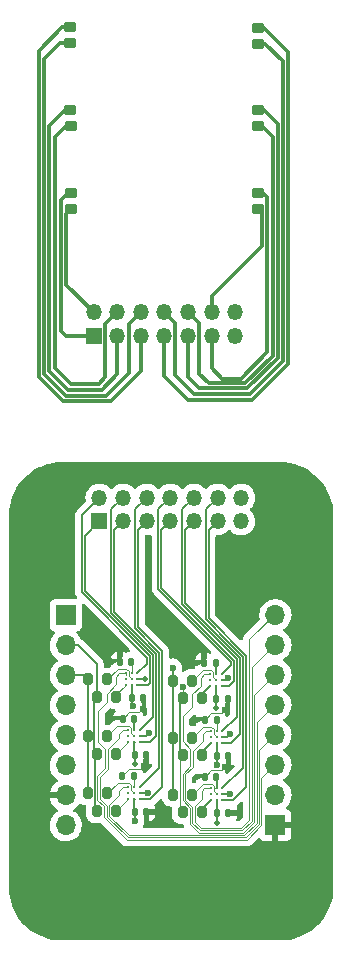
<source format=gbr>
%TF.GenerationSoftware,KiCad,Pcbnew,(6.0.0)*%
%TF.CreationDate,2022-06-29T15:28:05+09:00*%
%TF.ProjectId,TipLets_Board,5469704c-6574-4735-9f42-6f6172642e6b,rev?*%
%TF.SameCoordinates,Original*%
%TF.FileFunction,Copper,L1,Top*%
%TF.FilePolarity,Positive*%
%FSLAX46Y46*%
G04 Gerber Fmt 4.6, Leading zero omitted, Abs format (unit mm)*
G04 Created by KiCad (PCBNEW (6.0.0)) date 2022-06-29 15:28:05*
%MOMM*%
%LPD*%
G01*
G04 APERTURE LIST*
G04 Aperture macros list*
%AMRoundRect*
0 Rectangle with rounded corners*
0 $1 Rounding radius*
0 $2 $3 $4 $5 $6 $7 $8 $9 X,Y pos of 4 corners*
0 Add a 4 corners polygon primitive as box body*
4,1,4,$2,$3,$4,$5,$6,$7,$8,$9,$2,$3,0*
0 Add four circle primitives for the rounded corners*
1,1,$1+$1,$2,$3*
1,1,$1+$1,$4,$5*
1,1,$1+$1,$6,$7*
1,1,$1+$1,$8,$9*
0 Add four rect primitives between the rounded corners*
20,1,$1+$1,$2,$3,$4,$5,0*
20,1,$1+$1,$4,$5,$6,$7,0*
20,1,$1+$1,$6,$7,$8,$9,0*
20,1,$1+$1,$8,$9,$2,$3,0*%
G04 Aperture macros list end*
%TA.AperFunction,SMDPad,CuDef*%
%ADD10RoundRect,0.200000X0.350000X0.200000X-0.350000X0.200000X-0.350000X-0.200000X0.350000X-0.200000X0*%
%TD*%
%TA.AperFunction,SMDPad,CuDef*%
%ADD11RoundRect,0.200000X-0.350000X-0.200000X0.350000X-0.200000X0.350000X0.200000X-0.350000X0.200000X0*%
%TD*%
%TA.AperFunction,ComponentPad*%
%ADD12R,1.350000X1.350000*%
%TD*%
%TA.AperFunction,ComponentPad*%
%ADD13O,1.350000X1.350000*%
%TD*%
%TA.AperFunction,SMDPad,CuDef*%
%ADD14RoundRect,0.140000X-0.140000X-0.170000X0.140000X-0.170000X0.140000X0.170000X-0.140000X0.170000X0*%
%TD*%
%TA.AperFunction,SMDPad,CuDef*%
%ADD15RoundRect,0.140000X0.140000X0.170000X-0.140000X0.170000X-0.140000X-0.170000X0.140000X-0.170000X0*%
%TD*%
%TA.AperFunction,ComponentPad*%
%ADD16O,1.700000X1.700000*%
%TD*%
%TA.AperFunction,ComponentPad*%
%ADD17R,1.700000X1.700000*%
%TD*%
%TA.AperFunction,SMDPad,CuDef*%
%ADD18RoundRect,0.200000X-0.200000X-0.275000X0.200000X-0.275000X0.200000X0.275000X-0.200000X0.275000X0*%
%TD*%
%TA.AperFunction,SMDPad,CuDef*%
%ADD19C,0.240000*%
%TD*%
%TA.AperFunction,ViaPad*%
%ADD20C,0.600000*%
%TD*%
%TA.AperFunction,ViaPad*%
%ADD21C,0.500000*%
%TD*%
%TA.AperFunction,Conductor*%
%ADD22C,0.300000*%
%TD*%
%TA.AperFunction,Conductor*%
%ADD23C,0.100000*%
%TD*%
%TA.AperFunction,Conductor*%
%ADD24C,0.150000*%
%TD*%
%TA.AperFunction,Conductor*%
%ADD25C,0.127000*%
%TD*%
%TA.AperFunction,Conductor*%
%ADD26C,0.250000*%
%TD*%
%TA.AperFunction,Conductor*%
%ADD27C,0.080000*%
%TD*%
G04 APERTURE END LIST*
D10*
%TO.P,M6,1*%
%TO.N,IN11*%
X37579867Y-68562000D03*
%TO.P,M6,2*%
%TO.N,IN12*%
X37569867Y-67222000D03*
%TD*%
D11*
%TO.P,M1,1*%
%TO.N,IN1*%
X21720134Y-53192000D03*
%TO.P,M1,2*%
%TO.N,IN2*%
X21730134Y-54532000D03*
%TD*%
D10*
%TO.P,M4,1*%
%TO.N,IN7*%
X37579867Y-54562000D03*
%TO.P,M4,2*%
%TO.N,IN8*%
X37569867Y-53222000D03*
%TD*%
%TO.P,M5,1*%
%TO.N,IN9*%
X37589867Y-61562000D03*
%TO.P,M5,2*%
%TO.N,IN10*%
X37579867Y-60222000D03*
%TD*%
D11*
%TO.P,M3,1*%
%TO.N,IN5*%
X21740134Y-67212000D03*
%TO.P,M3,2*%
%TO.N,IN6*%
X21750134Y-68552000D03*
%TD*%
%TO.P,M2,1*%
%TO.N,IN3*%
X21730134Y-60192000D03*
%TO.P,M2,2*%
%TO.N,IN4*%
X21740134Y-61532000D03*
%TD*%
D12*
%TO.P,J3,1,Pin_1*%
%TO.N,IN5*%
X23685000Y-79317000D03*
D13*
%TO.P,J3,2,Pin_2*%
%TO.N,IN6*%
X23685000Y-77317000D03*
%TO.P,J3,3,Pin_3*%
%TO.N,IN3*%
X25685000Y-79317000D03*
%TO.P,J3,4,Pin_4*%
%TO.N,IN4*%
X25685000Y-77317000D03*
%TO.P,J3,5,Pin_5*%
%TO.N,IN1*%
X27685000Y-79317000D03*
%TO.P,J3,6,Pin_6*%
%TO.N,IN2*%
X27685000Y-77317000D03*
%TO.P,J3,7,Pin_7*%
%TO.N,IN8*%
X29685000Y-79317000D03*
%TO.P,J3,8,Pin_8*%
%TO.N,IN7*%
X29685000Y-77317000D03*
%TO.P,J3,9,Pin_9*%
%TO.N,IN10*%
X31685000Y-79317000D03*
%TO.P,J3,10,Pin_10*%
%TO.N,IN9*%
X31685000Y-77317000D03*
%TO.P,J3,11,Pin_11*%
%TO.N,IN12*%
X33685000Y-79317000D03*
%TO.P,J3,12,Pin_12*%
%TO.N,IN11*%
X33685000Y-77317000D03*
%TO.P,J3,13,Pin_13*%
%TO.N,unconnected-(J3-Pad13)*%
X35685000Y-79317000D03*
%TO.P,J3,14,Pin_14*%
%TO.N,unconnected-(J3-Pad14)*%
X35685000Y-77317000D03*
%TD*%
D14*
%TO.P,C1,2*%
%TO.N,GND*%
X35038560Y-110008000D03*
%TO.P,C1,1*%
%TO.N,BAT*%
X34078560Y-110008000D03*
%TD*%
D15*
%TO.P,C6,2*%
%TO.N,GND*%
X33110560Y-116612000D03*
%TO.P,C6,1*%
%TO.N,Net-(C6-Pad1)*%
X34070560Y-116612000D03*
%TD*%
D16*
%TO.P,J1,8,Pin_8*%
%TO.N,BAT*%
X21325000Y-120737000D03*
%TO.P,J1,7,Pin_7*%
%TO.N,GND*%
X21325000Y-118197000D03*
%TO.P,J1,6,Pin_6*%
%TO.N,unconnected-(J1-Pad6)*%
X21325000Y-115657000D03*
%TO.P,J1,5,Pin_5*%
%TO.N,unconnected-(J1-Pad5)*%
X21325000Y-113117000D03*
%TO.P,J1,4,Pin_4*%
%TO.N,unconnected-(J1-Pad4)*%
X21325000Y-110577000D03*
%TO.P,J1,3,Pin_3*%
%TO.N,SDA*%
X21325000Y-108037000D03*
%TO.P,J1,2,Pin_2*%
%TO.N,SCL*%
X21325000Y-105497000D03*
D17*
%TO.P,J1,1,Pin_1*%
%TO.N,unconnected-(J1-Pad1)*%
X21325000Y-102957000D03*
%TD*%
D18*
%TO.P,R5,2*%
%TO.N,Net-(R5-Pad2)*%
X32061560Y-118156000D03*
%TO.P,R5,1*%
%TO.N,SDA*%
X30411560Y-118156000D03*
%TD*%
D14*
%TO.P,C3,2*%
%TO.N,GND*%
X35086560Y-114834000D03*
%TO.P,C3,1*%
%TO.N,BAT*%
X34126560Y-114834000D03*
%TD*%
D18*
%TO.P,R12,2*%
%TO.N,Net-(R12-Pad2)*%
X25621560Y-119569000D03*
%TO.P,R12,1*%
%TO.N,SCL*%
X23971560Y-119569000D03*
%TD*%
D14*
%TO.P,C11,2*%
%TO.N,GND*%
X28135000Y-119575170D03*
%TO.P,C11,1*%
%TO.N,BAT*%
X27175000Y-119575170D03*
%TD*%
D18*
%TO.P,R3,2*%
%TO.N,Net-(R3-Pad2)*%
X32061560Y-113330000D03*
%TO.P,R3,1*%
%TO.N,SDA*%
X30411560Y-113330000D03*
%TD*%
D19*
%TO.P,U2,10,VDD*%
%TO.N,BAT*%
X34098560Y-113792800D03*
%TO.P,U2,9,OUT-*%
%TO.N,OUT4*%
X34598560Y-113792800D03*
%TO.P,U2,8,GND*%
%TO.N,GND*%
X34598560Y-113292800D03*
%TO.P,U2,7,OUT+*%
%TO.N,OUT3*%
X34598560Y-112792800D03*
%TO.P,U2,5,EN*%
%TO.N,EN2*%
X33598560Y-112792800D03*
%TO.P,U2,4,IN/TRIG*%
%TO.N,unconnected-(U2-Pad4)*%
X33598560Y-113292800D03*
%TO.P,U2,3,SDA*%
%TO.N,Net-(R3-Pad2)*%
X34098560Y-113292800D03*
%TO.P,U2,2,SCL*%
%TO.N,Net-(R4-Pad2)*%
X33598560Y-113792800D03*
%TO.P,U2,1,REG*%
%TO.N,Net-(C4-Pad1)*%
X34098560Y-112792800D03*
%TD*%
D13*
%TO.P,J4,14,Pin_14*%
%TO.N,unconnected-(J4-Pad14)*%
X36185000Y-93000000D03*
%TO.P,J4,13,Pin_13*%
%TO.N,unconnected-(J4-Pad13)*%
X36185000Y-95000000D03*
%TO.P,J4,12,Pin_12*%
%TO.N,OUT5*%
X34185000Y-93000000D03*
%TO.P,J4,11,Pin_11*%
%TO.N,OUT6*%
X34185000Y-95000000D03*
%TO.P,J4,10,Pin_10*%
%TO.N,OUT3*%
X32185000Y-93000000D03*
%TO.P,J4,9,Pin_9*%
%TO.N,OUT4*%
X32185000Y-95000000D03*
%TO.P,J4,8,Pin_8*%
%TO.N,OUT1*%
X30185000Y-93000000D03*
%TO.P,J4,7,Pin_7*%
%TO.N,OUT2*%
X30185000Y-95000000D03*
%TO.P,J4,6,Pin_6*%
%TO.N,OUT11*%
X28185000Y-93000000D03*
%TO.P,J4,5,Pin_5*%
%TO.N,OUT12*%
X28185000Y-95000000D03*
%TO.P,J4,4,Pin_4*%
%TO.N,OUT9*%
X26185000Y-93000000D03*
%TO.P,J4,3,Pin_3*%
%TO.N,OUT10*%
X26185000Y-95000000D03*
%TO.P,J4,2,Pin_2*%
%TO.N,OUT7*%
X24185000Y-93000000D03*
D12*
%TO.P,J4,1,Pin_1*%
%TO.N,OUT8*%
X24185000Y-95000000D03*
%TD*%
D18*
%TO.P,R8,2*%
%TO.N,Net-(R8-Pad2)*%
X25621560Y-109917000D03*
%TO.P,R8,1*%
%TO.N,SCL*%
X23971560Y-109917000D03*
%TD*%
D19*
%TO.P,U4,10,VDD*%
%TO.N,BAT*%
X26905000Y-108881970D03*
%TO.P,U4,9,OUT-*%
%TO.N,OUT8*%
X27405000Y-108881970D03*
%TO.P,U4,8,GND*%
%TO.N,GND*%
X27405000Y-108381970D03*
%TO.P,U4,7,OUT+*%
%TO.N,OUT7*%
X27405000Y-107881970D03*
%TO.P,U4,5,EN*%
%TO.N,EN4*%
X26405000Y-107881970D03*
%TO.P,U4,4,IN/TRIG*%
%TO.N,unconnected-(U4-Pad4)*%
X26405000Y-108381970D03*
%TO.P,U4,3,SDA*%
%TO.N,Net-(R7-Pad2)*%
X26905000Y-108381970D03*
%TO.P,U4,2,SCL*%
%TO.N,Net-(R8-Pad2)*%
X26405000Y-108881970D03*
%TO.P,U4,1,REG*%
%TO.N,Net-(C8-Pad1)*%
X26905000Y-107881970D03*
%TD*%
D18*
%TO.P,R1,2*%
%TO.N,Net-(R1-Pad2)*%
X32061560Y-108504000D03*
%TO.P,R1,1*%
%TO.N,SDA*%
X30411560Y-108504000D03*
%TD*%
%TO.P,R2,2*%
%TO.N,Net-(R2-Pad2)*%
X32881560Y-109990000D03*
%TO.P,R2,1*%
%TO.N,SCL*%
X31231560Y-109990000D03*
%TD*%
D15*
%TO.P,C4,2*%
%TO.N,GND*%
X33138560Y-111786000D03*
%TO.P,C4,1*%
%TO.N,Net-(C4-Pad1)*%
X34098560Y-111786000D03*
%TD*%
D14*
%TO.P,C7,2*%
%TO.N,GND*%
X27885000Y-109923170D03*
%TO.P,C7,1*%
%TO.N,BAT*%
X26925000Y-109923170D03*
%TD*%
%TO.P,C9,2*%
%TO.N,GND*%
X28135000Y-114749170D03*
%TO.P,C9,1*%
%TO.N,BAT*%
X27175000Y-114749170D03*
%TD*%
D18*
%TO.P,R7,2*%
%TO.N,Net-(R7-Pad2)*%
X24844560Y-108398000D03*
%TO.P,R7,1*%
%TO.N,SDA*%
X23194560Y-108398000D03*
%TD*%
D15*
%TO.P,C10,2*%
%TO.N,GND*%
X26159000Y-111701170D03*
%TO.P,C10,1*%
%TO.N,Net-(C10-Pad1)*%
X27119000Y-111701170D03*
%TD*%
D18*
%TO.P,R9,2*%
%TO.N,Net-(R9-Pad2)*%
X24844560Y-113224000D03*
%TO.P,R9,1*%
%TO.N,SDA*%
X23194560Y-113224000D03*
%TD*%
D15*
%TO.P,C12,2*%
%TO.N,GND*%
X26131000Y-116527170D03*
%TO.P,C12,1*%
%TO.N,Net-(C12-Pad1)*%
X27091000Y-116527170D03*
%TD*%
D19*
%TO.P,U6,10,VDD*%
%TO.N,BAT*%
X27147000Y-118533970D03*
%TO.P,U6,9,OUT-*%
%TO.N,OUT12*%
X27647000Y-118533970D03*
%TO.P,U6,8,GND*%
%TO.N,GND*%
X27647000Y-118033970D03*
%TO.P,U6,7,OUT+*%
%TO.N,OUT11*%
X27647000Y-117533970D03*
%TO.P,U6,5,EN*%
%TO.N,EN6*%
X26647000Y-117533970D03*
%TO.P,U6,4,IN/TRIG*%
%TO.N,unconnected-(U6-Pad4)*%
X26647000Y-118033970D03*
%TO.P,U6,3,SDA*%
%TO.N,Net-(R11-Pad2)*%
X27147000Y-118033970D03*
%TO.P,U6,2,SCL*%
%TO.N,Net-(R12-Pad2)*%
X26647000Y-118533970D03*
%TO.P,U6,1,REG*%
%TO.N,Net-(C12-Pad1)*%
X27147000Y-117533970D03*
%TD*%
%TO.P,U5,10,VDD*%
%TO.N,BAT*%
X27147000Y-113707970D03*
%TO.P,U5,9,OUT-*%
%TO.N,OUT10*%
X27647000Y-113707970D03*
%TO.P,U5,8,GND*%
%TO.N,GND*%
X27647000Y-113207970D03*
%TO.P,U5,7,OUT+*%
%TO.N,OUT9*%
X27647000Y-112707970D03*
%TO.P,U5,5,EN*%
%TO.N,EN5*%
X26647000Y-112707970D03*
%TO.P,U5,4,IN/TRIG*%
%TO.N,unconnected-(U5-Pad4)*%
X26647000Y-113207970D03*
%TO.P,U5,3,SDA*%
%TO.N,Net-(R9-Pad2)*%
X27147000Y-113207970D03*
%TO.P,U5,2,SCL*%
%TO.N,Net-(R10-Pad2)*%
X26647000Y-113707970D03*
%TO.P,U5,1,REG*%
%TO.N,Net-(C10-Pad1)*%
X27147000Y-112707970D03*
%TD*%
D18*
%TO.P,R4,2*%
%TO.N,Net-(R4-Pad2)*%
X32881560Y-114816000D03*
%TO.P,R4,1*%
%TO.N,SCL*%
X31231560Y-114816000D03*
%TD*%
%TO.P,R10,2*%
%TO.N,Net-(R10-Pad2)*%
X25621560Y-114743000D03*
%TO.P,R10,1*%
%TO.N,SCL*%
X23971560Y-114743000D03*
%TD*%
%TO.P,R11,2*%
%TO.N,Net-(R11-Pad2)*%
X24844560Y-118050000D03*
%TO.P,R11,1*%
%TO.N,SDA*%
X23194560Y-118050000D03*
%TD*%
D16*
%TO.P,J2,8,Pin_8*%
%TO.N,EN3*%
X39085000Y-102952000D03*
%TO.P,J2,7,Pin_7*%
%TO.N,EN2*%
X39085000Y-105492000D03*
%TO.P,J2,6,Pin_6*%
%TO.N,EN1*%
X39085000Y-108032000D03*
%TO.P,J2,5,Pin_5*%
%TO.N,EN6*%
X39085000Y-110572000D03*
%TO.P,J2,4,Pin_4*%
%TO.N,EN5*%
X39085000Y-113112000D03*
%TO.P,J2,3,Pin_3*%
%TO.N,EN4*%
X39085000Y-115652000D03*
%TO.P,J2,2,Pin_2*%
%TO.N,unconnected-(J2-Pad2)*%
X39085000Y-118192000D03*
D17*
%TO.P,J2,1,Pin_1*%
%TO.N,GND*%
X39085000Y-120732000D03*
%TD*%
D15*
%TO.P,C2,2*%
%TO.N,GND*%
X33062560Y-106960000D03*
%TO.P,C2,1*%
%TO.N,Net-(C2-Pad1)*%
X34022560Y-106960000D03*
%TD*%
D19*
%TO.P,U1,10,VDD*%
%TO.N,BAT*%
X34050560Y-108966800D03*
%TO.P,U1,9,OUT-*%
%TO.N,OUT2*%
X34550560Y-108966800D03*
%TO.P,U1,8,GND*%
%TO.N,GND*%
X34550560Y-108466800D03*
%TO.P,U1,7,OUT+*%
%TO.N,OUT1*%
X34550560Y-107966800D03*
%TO.P,U1,5,EN*%
%TO.N,EN1*%
X33550560Y-107966800D03*
%TO.P,U1,4,IN/TRIG*%
%TO.N,unconnected-(U1-Pad4)*%
X33550560Y-108466800D03*
%TO.P,U1,3,SDA*%
%TO.N,Net-(R1-Pad2)*%
X34050560Y-108466800D03*
%TO.P,U1,2,SCL*%
%TO.N,Net-(R2-Pad2)*%
X33550560Y-108966800D03*
%TO.P,U1,1,REG*%
%TO.N,Net-(C2-Pad1)*%
X34050560Y-107966800D03*
%TD*%
%TO.P,U3,10,VDD*%
%TO.N,BAT*%
X34098560Y-118618800D03*
%TO.P,U3,9,OUT-*%
%TO.N,OUT6*%
X34598560Y-118618800D03*
%TO.P,U3,8,GND*%
%TO.N,GND*%
X34598560Y-118118800D03*
%TO.P,U3,7,OUT+*%
%TO.N,OUT5*%
X34598560Y-117618800D03*
%TO.P,U3,5,EN*%
%TO.N,EN3*%
X33598560Y-117618800D03*
%TO.P,U3,4,IN/TRIG*%
%TO.N,unconnected-(U3-Pad4)*%
X33598560Y-118118800D03*
%TO.P,U3,3,SDA*%
%TO.N,Net-(R5-Pad2)*%
X34098560Y-118118800D03*
%TO.P,U3,2,SCL*%
%TO.N,Net-(R6-Pad2)*%
X33598560Y-118618800D03*
%TO.P,U3,1,REG*%
%TO.N,Net-(C6-Pad1)*%
X34098560Y-117618800D03*
%TD*%
D18*
%TO.P,R6,2*%
%TO.N,Net-(R6-Pad2)*%
X32881560Y-119642000D03*
%TO.P,R6,1*%
%TO.N,SCL*%
X31231560Y-119642000D03*
%TD*%
D14*
%TO.P,C5,2*%
%TO.N,GND*%
X35086560Y-119660000D03*
%TO.P,C5,1*%
%TO.N,BAT*%
X34126560Y-119660000D03*
%TD*%
D15*
%TO.P,C8,2*%
%TO.N,GND*%
X25925000Y-106875170D03*
%TO.P,C8,1*%
%TO.N,Net-(C8-Pad1)*%
X26885000Y-106875170D03*
%TD*%
D20*
%TO.N,GND*%
X35105000Y-108258170D03*
X35993000Y-119680170D03*
X27951000Y-115735170D03*
X35245560Y-118114000D03*
X29005000Y-119577170D03*
X27905000Y-110858170D03*
X25058000Y-106868170D03*
X28368540Y-112928170D03*
X34833037Y-115828439D03*
X34832000Y-110991170D03*
X28296000Y-118021170D03*
D21*
X28005000Y-108388170D03*
D20*
X35231000Y-113050170D03*
X32017000Y-107007170D03*
%TO.N,BAT*%
X34129000Y-115649170D03*
D21*
X34127000Y-120534170D03*
X27173000Y-115516170D03*
D20*
X27176000Y-120408170D03*
D21*
X34085000Y-110826170D03*
D20*
X27005000Y-110658170D03*
%TO.N,SCL*%
X31235000Y-109038170D03*
%TO.N,SDA*%
X30375000Y-107428170D03*
%TD*%
D22*
%TO.N,IN1*%
X27685000Y-82277000D02*
X27685000Y-79317000D01*
X25165000Y-84797000D02*
X25175000Y-84797000D01*
X19055000Y-55152067D02*
X19055000Y-82797480D01*
%TO.N,IN2*%
X21730134Y-54532000D02*
X20850067Y-54532000D01*
X19505000Y-55877067D02*
X19505000Y-82547000D01*
X26685000Y-82417000D02*
X26685000Y-78317000D01*
%TO.N,IN3*%
X25685000Y-79317000D02*
X25685000Y-82557000D01*
X25685000Y-82557000D02*
X24385000Y-83857000D01*
%TO.N,IN2*%
X26685000Y-78317000D02*
X27685000Y-77317000D01*
%TO.N,IN1*%
X25145000Y-84817000D02*
X25165000Y-84797000D01*
X19055000Y-82797480D02*
X21074520Y-84817000D01*
%TO.N,IN2*%
X20850067Y-54532000D02*
X19505000Y-55877067D01*
X21324520Y-84366520D02*
X24735480Y-84366520D01*
%TO.N,IN1*%
X21015067Y-53192000D02*
X19055000Y-55152067D01*
X25165000Y-84797000D02*
X27685000Y-82277000D01*
X21074520Y-84817000D02*
X25145000Y-84817000D01*
%TO.N,IN2*%
X24735480Y-84366520D02*
X26685000Y-82417000D01*
X19505000Y-82547000D02*
X21324520Y-84366520D01*
%TO.N,IN3*%
X21310000Y-60192000D02*
X21730134Y-60192000D01*
X19931520Y-61570480D02*
X21310000Y-60192000D01*
%TO.N,IN1*%
X21720134Y-53192000D02*
X21015067Y-53192000D01*
%TO.N,IN3*%
X21505000Y-83857000D02*
X19931520Y-82283520D01*
X19931520Y-82283520D02*
X19931520Y-61570480D01*
%TO.N,IN4*%
X21740134Y-61532000D02*
X21355067Y-61532000D01*
%TO.N,IN5*%
X20923614Y-78925614D02*
X21315000Y-79317000D01*
%TO.N,IN6*%
X21750134Y-68552000D02*
X21350134Y-68952000D01*
%TO.N,IN4*%
X24685000Y-82817000D02*
X24685000Y-78317000D01*
%TO.N,IN5*%
X21740134Y-67212000D02*
X21515067Y-67212000D01*
%TO.N,IN7*%
X32211190Y-84210000D02*
X36920000Y-84210000D01*
%TO.N,IN5*%
X21315000Y-79317000D02*
X23685000Y-79317000D01*
%TO.N,IN7*%
X30609511Y-78241511D02*
X30609511Y-82608321D01*
%TO.N,IN10*%
X39271520Y-81178480D02*
X39271520Y-61403520D01*
%TO.N,IN12*%
X38040000Y-67222000D02*
X38406387Y-67588387D01*
%TO.N,IN9*%
X37970000Y-61562000D02*
X37589867Y-61562000D01*
%TO.N,IN8*%
X31700000Y-84700000D02*
X29685000Y-82685000D01*
%TO.N,IN7*%
X30609511Y-82608321D02*
X32211190Y-84210000D01*
%TO.N,IN8*%
X38090000Y-53222000D02*
X40124560Y-55256560D01*
%TO.N,IN6*%
X21350134Y-68952000D02*
X21350134Y-74982134D01*
%TO.N,IN8*%
X29685000Y-82685000D02*
X29685000Y-79317000D01*
%TO.N,IN9*%
X32609511Y-78241511D02*
X32609511Y-82496471D01*
%TO.N,IN10*%
X31685000Y-82817000D02*
X32628000Y-83760000D01*
%TO.N,IN4*%
X21355067Y-61532000D02*
X20405000Y-62482067D01*
%TO.N,IN7*%
X29685000Y-77317000D02*
X30609511Y-78241511D01*
%TO.N,IN3*%
X24385000Y-83857000D02*
X21505000Y-83857000D01*
%TO.N,IN7*%
X39698040Y-81431960D02*
X39698040Y-56060040D01*
%TO.N,IN8*%
X40124560Y-55256560D02*
X40124560Y-81715440D01*
%TO.N,IN9*%
X38845000Y-80969994D02*
X38845000Y-62437000D01*
%TO.N,IN5*%
X20923614Y-67803453D02*
X20923614Y-78925614D01*
%TO.N,IN8*%
X37569867Y-53222000D02*
X38090000Y-53222000D01*
%TO.N,IN10*%
X36690000Y-83760000D02*
X39271520Y-81178480D01*
X31685000Y-79317000D02*
X31685000Y-82817000D01*
%TO.N,IN4*%
X24115000Y-83387000D02*
X24685000Y-82817000D01*
%TO.N,IN7*%
X36920000Y-84210000D02*
X39698040Y-81431960D01*
X39698040Y-56060040D02*
X38200000Y-54562000D01*
%TO.N,IN9*%
X33443040Y-83330000D02*
X36484994Y-83330000D01*
X31685000Y-77317000D02*
X32609511Y-78241511D01*
%TO.N,IN6*%
X21350134Y-74982134D02*
X23685000Y-77317000D01*
%TO.N,IN4*%
X24685000Y-78317000D02*
X25685000Y-77317000D01*
%TO.N,IN5*%
X21515067Y-67212000D02*
X20923614Y-67803453D01*
%TO.N,IN10*%
X32628000Y-83760000D02*
X36690000Y-83760000D01*
%TO.N,IN11*%
X37979867Y-71672133D02*
X33685000Y-75967000D01*
%TO.N,IN4*%
X21785000Y-83387000D02*
X24115000Y-83387000D01*
%TO.N,IN10*%
X38090000Y-60222000D02*
X37579867Y-60222000D01*
%TO.N,IN8*%
X40124560Y-81715440D02*
X37140000Y-84700000D01*
%TO.N,IN11*%
X33685000Y-75967000D02*
X33685000Y-77317000D01*
%TO.N,IN12*%
X38406387Y-67588387D02*
X38406387Y-80705613D01*
%TO.N,IN9*%
X32609511Y-82496471D02*
X33443040Y-83330000D01*
X36484994Y-83330000D02*
X38845000Y-80969994D01*
%TO.N,IN4*%
X20405000Y-62482067D02*
X20405000Y-82007000D01*
%TO.N,IN10*%
X39271520Y-61403520D02*
X38090000Y-60222000D01*
%TO.N,IN11*%
X37579867Y-68562000D02*
X37979867Y-68962000D01*
%TO.N,IN8*%
X37140000Y-84700000D02*
X31700000Y-84700000D01*
%TO.N,IN7*%
X38200000Y-54562000D02*
X37579867Y-54562000D01*
%TO.N,IN9*%
X38845000Y-62437000D02*
X37970000Y-61562000D01*
%TO.N,IN11*%
X37979867Y-68962000D02*
X37979867Y-71672133D01*
%TO.N,IN4*%
X20405000Y-82007000D02*
X21785000Y-83387000D01*
%TO.N,IN12*%
X37569867Y-67222000D02*
X38040000Y-67222000D01*
X36192000Y-82920000D02*
X34605000Y-82920000D01*
X33685000Y-82000000D02*
X33685000Y-79317000D01*
X34605000Y-82920000D02*
X33685000Y-82000000D01*
X38406387Y-80705613D02*
X36192000Y-82920000D01*
D23*
%TO.N,GND*%
X27951000Y-115735170D02*
X27730989Y-115955181D01*
D24*
X28088740Y-113207970D02*
X27647000Y-113207970D01*
D25*
X34598560Y-113292800D02*
X34988370Y-113292800D01*
D24*
X27905000Y-110858170D02*
X27951000Y-110812170D01*
X29005000Y-119577170D02*
X28137000Y-119577170D01*
D23*
X26702989Y-115955181D02*
X26131000Y-116527170D01*
D25*
X35245560Y-118114000D02*
X34603360Y-118114000D01*
D24*
X28137000Y-119577170D02*
X28135000Y-119575170D01*
X25058000Y-106868170D02*
X25918000Y-106868170D01*
D25*
X34896370Y-108466800D02*
X35105000Y-108258170D01*
D23*
X33110560Y-116612000D02*
X33622080Y-116100480D01*
X35086560Y-115574916D02*
X35086560Y-114834000D01*
D25*
X27405000Y-108381970D02*
X27998800Y-108381970D01*
X27998800Y-108381970D02*
X28005000Y-108388170D01*
X34603360Y-118114000D02*
X34598560Y-118118800D01*
D23*
X28135000Y-115551170D02*
X28135000Y-114749170D01*
D24*
X28368540Y-112928170D02*
X28088740Y-113207970D01*
D23*
X35038560Y-110784610D02*
X35038560Y-110008000D01*
D25*
X33062560Y-106960000D02*
X32064170Y-106960000D01*
X27951000Y-115735170D02*
X28135000Y-115551170D01*
D23*
X26670520Y-111189650D02*
X26159000Y-111701170D01*
D25*
X34988370Y-113292800D02*
X35231000Y-113050170D01*
D23*
X27951000Y-110812170D02*
X27951000Y-109989170D01*
X27573520Y-111189650D02*
X26670520Y-111189650D01*
X33622080Y-116100480D02*
X34560996Y-116100480D01*
X34560996Y-116100480D02*
X34833037Y-115828439D01*
D25*
X35106730Y-119680170D02*
X35086560Y-119660000D01*
D23*
X34548690Y-111274480D02*
X33650080Y-111274480D01*
D25*
X35993000Y-119680170D02*
X35106730Y-119680170D01*
D23*
X34832000Y-110991170D02*
X35038560Y-110784610D01*
D24*
X27659800Y-118021170D02*
X27647000Y-118033970D01*
D23*
X34833037Y-115828439D02*
X35086560Y-115574916D01*
X33650080Y-111274480D02*
X33138560Y-111786000D01*
X27730989Y-115955181D02*
X26702989Y-115955181D01*
D25*
X34550560Y-108466800D02*
X34896370Y-108466800D01*
D23*
X27905000Y-110858170D02*
X27573520Y-111189650D01*
D24*
X25918000Y-106868170D02*
X25925000Y-106875170D01*
X28296000Y-118021170D02*
X27659800Y-118021170D01*
D23*
X34832000Y-110991170D02*
X34548690Y-111274480D01*
D25*
X32064170Y-106960000D02*
X32017000Y-107007170D01*
%TO.N,BAT*%
X34098560Y-114806000D02*
X34126560Y-114834000D01*
X26905000Y-108881970D02*
X26905000Y-109903170D01*
X27175000Y-113735970D02*
X27147000Y-113707970D01*
X34098560Y-113792800D02*
X34098560Y-114806000D01*
X26925000Y-110578170D02*
X26925000Y-109923170D01*
X27147000Y-118533970D02*
X27147000Y-119547170D01*
X34126560Y-115646730D02*
X34129000Y-115649170D01*
X34126560Y-119660000D02*
X34126560Y-120533730D01*
X27175000Y-114749170D02*
X27175000Y-115514170D01*
X34126560Y-118646800D02*
X34098560Y-118618800D01*
X27147000Y-113707970D02*
X27147000Y-114721170D01*
X26925000Y-108901970D02*
X26905000Y-108881970D01*
X27005000Y-110658170D02*
X26925000Y-110578170D01*
X34126560Y-120533730D02*
X34127000Y-120534170D01*
X27175000Y-119575170D02*
X27175000Y-120407170D01*
X34050560Y-109980000D02*
X34078560Y-110008000D01*
X34126560Y-114834000D02*
X34126560Y-115646730D01*
X34098560Y-118618800D02*
X34098560Y-119632000D01*
X27147000Y-114721170D02*
X27175000Y-114749170D01*
X27175000Y-115514170D02*
X27173000Y-115516170D01*
X34126560Y-113820800D02*
X34098560Y-113792800D01*
X34050560Y-108966800D02*
X34050560Y-109980000D01*
X34078560Y-108994800D02*
X34050560Y-108966800D01*
X27175000Y-120407170D02*
X27176000Y-120408170D01*
X34078560Y-110008000D02*
X34078560Y-110819730D01*
X26905000Y-109903170D02*
X26925000Y-109923170D01*
X34098560Y-119632000D02*
X34126560Y-119660000D01*
X27147000Y-119547170D02*
X27175000Y-119575170D01*
X34078560Y-110819730D02*
X34085000Y-110826170D01*
X27175000Y-118561970D02*
X27147000Y-118533970D01*
%TO.N,Net-(C2-Pad1)*%
X34022560Y-107938800D02*
X34050560Y-107966800D01*
X34050560Y-106988000D02*
X34022560Y-106960000D01*
X34050560Y-107966800D02*
X34050560Y-106988000D01*
D23*
%TO.N,Net-(C4-Pad1)*%
X34098560Y-112792800D02*
X34098560Y-111786000D01*
D25*
%TO.N,Net-(C6-Pad1)*%
X34098560Y-116640000D02*
X34070560Y-116612000D01*
X34098560Y-117618800D02*
X34098560Y-116640000D01*
X34070560Y-117590800D02*
X34098560Y-117618800D01*
%TO.N,SCL*%
X22370117Y-105485830D02*
X21168036Y-105485830D01*
X31231560Y-109990000D02*
X31014560Y-110207000D01*
X31001560Y-119412000D02*
X31231560Y-119642000D01*
X23971560Y-107087273D02*
X22370117Y-105485830D01*
X23971560Y-109917000D02*
X23757580Y-110130980D01*
X23775000Y-114956980D02*
X23775000Y-119355020D01*
X23971560Y-109917000D02*
X23971560Y-107087273D01*
D23*
X31235000Y-109986560D02*
X31231560Y-109990000D01*
D25*
X23784580Y-109730020D02*
X23971560Y-109917000D01*
X31014560Y-110207000D02*
X31014560Y-114599000D01*
X23757580Y-114529020D02*
X23971560Y-114743000D01*
X31231560Y-114816000D02*
X31001560Y-115046000D01*
X23757580Y-119355020D02*
X23971560Y-119569000D01*
X23971560Y-114743000D02*
X23757580Y-114956980D01*
D23*
X31235000Y-109038170D02*
X31235000Y-109986560D01*
X31015000Y-115046000D02*
X31015000Y-119412000D01*
D25*
X23757580Y-110130980D02*
X23757580Y-114529020D01*
X31014560Y-114599000D02*
X31231560Y-114816000D01*
%TO.N,SDA*%
X23138830Y-108050000D02*
X23508000Y-108419170D01*
X30375000Y-108467440D02*
X30411560Y-108504000D01*
X30411560Y-113330000D02*
X30411560Y-118156000D01*
D26*
X30474560Y-108356800D02*
X30542560Y-108424800D01*
D25*
X30375000Y-107428170D02*
X30375000Y-108467440D01*
X23194560Y-108398000D02*
X22822390Y-108025830D01*
X22822390Y-108025830D02*
X21168036Y-108025830D01*
X23194560Y-108398000D02*
X23194560Y-118050000D01*
X30411560Y-108504000D02*
X30411560Y-113330000D01*
D23*
%TO.N,EN6*%
X25015000Y-119931735D02*
X26655110Y-121571845D01*
X25845000Y-118217000D02*
X25015000Y-119047000D01*
X37485960Y-112023346D02*
X39146476Y-110362830D01*
X37485960Y-120542665D02*
X37485960Y-112023346D01*
X25845000Y-117857000D02*
X25845000Y-118217000D01*
X26168030Y-117533970D02*
X25845000Y-117857000D01*
X26647000Y-117533970D02*
X26168030Y-117533970D01*
X36456780Y-121571845D02*
X37485960Y-120542665D01*
X26655110Y-121571845D02*
X36456780Y-121571845D01*
X25015000Y-119047000D02*
X25015000Y-119931735D01*
%TO.N,EN5*%
X37685480Y-114363826D02*
X39146476Y-112902830D01*
X37685480Y-120668485D02*
X37685480Y-114363826D01*
X24934000Y-114278000D02*
X24934000Y-115953737D01*
X26164030Y-112707970D02*
X25855000Y-113017000D01*
X25855000Y-113217000D02*
X25855000Y-113357000D01*
X24245000Y-118516007D02*
X24805000Y-119076007D01*
X25855000Y-113357000D02*
X24934000Y-114278000D01*
X26572467Y-121771365D02*
X36582600Y-121771365D01*
X24805000Y-119076007D02*
X24805000Y-120003898D01*
X36582600Y-121771365D02*
X37685480Y-120668485D01*
X24245000Y-116642737D02*
X24245000Y-118516007D01*
X26647000Y-112707970D02*
X26164030Y-112707970D01*
X25855000Y-113017000D02*
X25855000Y-113217000D01*
X24934000Y-115953737D02*
X24245000Y-116642737D01*
X24805000Y-120003898D02*
X26572467Y-121771365D01*
%TO.N,EN4*%
X24700000Y-115905574D02*
X24700000Y-114273170D01*
X39146476Y-115442830D02*
X37885000Y-116704306D01*
X25605000Y-108817000D02*
X24815000Y-109607000D01*
X37885000Y-120751128D02*
X36665244Y-121970884D01*
X26489823Y-121970884D02*
X24585000Y-120066061D01*
X25605000Y-108157000D02*
X25605000Y-108817000D01*
X24093000Y-113666170D02*
X24093000Y-111024170D01*
X24093000Y-111024170D02*
X24815000Y-110302170D01*
X24815000Y-110302170D02*
X24815000Y-109727000D01*
X24815000Y-109607000D02*
X24815000Y-109727000D01*
X24700000Y-114273170D02*
X24093000Y-113666170D01*
X37885000Y-116704306D02*
X37885000Y-120751128D01*
X25880030Y-107881970D02*
X25605000Y-108157000D01*
X36665244Y-121970884D02*
X26489823Y-121970884D01*
X24585000Y-119138170D02*
X24015000Y-118568170D01*
X24585000Y-120066061D02*
X24585000Y-119138170D01*
D27*
X26405000Y-107988170D02*
X26405000Y-107881970D01*
D23*
X24015000Y-116590574D02*
X24700000Y-115905574D01*
X24015000Y-118568170D02*
X24015000Y-116590574D01*
X26405000Y-107881970D02*
X25880030Y-107881970D01*
%TO.N,EN3*%
X32865000Y-117817000D02*
X32865000Y-118507000D01*
X32865000Y-118507000D02*
X32275000Y-119097000D01*
X39146476Y-102742830D02*
X36887400Y-105001906D01*
X33598560Y-117618800D02*
X33063200Y-117618800D01*
X33063200Y-117618800D02*
X32865000Y-117817000D01*
X36887400Y-120294734D02*
X36208847Y-120973287D01*
X36208847Y-120973287D02*
X32810983Y-120973287D01*
X32810983Y-120973287D02*
X32275000Y-120437304D01*
X32275000Y-120437304D02*
X32275000Y-119107000D01*
X32275000Y-119097000D02*
X32275000Y-119107000D01*
X36887400Y-105001906D02*
X36887400Y-120294734D01*
%TO.N,EN2*%
X33598560Y-112792800D02*
X33189200Y-112792800D01*
X32075000Y-115809164D02*
X32075000Y-114477000D01*
X39146476Y-105282830D02*
X37086920Y-107342386D01*
X32728339Y-121172806D02*
X32065000Y-120509467D01*
X32065000Y-119168804D02*
X31455000Y-118558804D01*
X32935000Y-113617000D02*
X32935000Y-113507000D01*
X31455000Y-116429164D02*
X32075000Y-115809164D01*
X32935000Y-113047000D02*
X32935000Y-113507000D01*
X33189200Y-112792800D02*
X32935000Y-113047000D01*
X31455000Y-118558804D02*
X31455000Y-116429164D01*
X37086920Y-107342386D02*
X37086920Y-120377378D01*
X32075000Y-114477000D02*
X32935000Y-113617000D01*
X32065000Y-120509467D02*
X32065000Y-119168804D01*
X37086920Y-120377378D02*
X36291492Y-121172806D01*
X36291492Y-121172806D02*
X32728339Y-121172806D01*
%TO.N,EN1*%
X31244580Y-113626580D02*
X31865000Y-114247000D01*
X33033760Y-107966800D02*
X32743524Y-108257036D01*
X31865000Y-114247000D02*
X31865000Y-115737000D01*
X36374137Y-121372325D02*
X37286440Y-120460022D01*
X33550560Y-107966800D02*
X33033760Y-107966800D01*
X37286440Y-120460022D02*
X37286440Y-109682866D01*
X32043524Y-109641170D02*
X32043524Y-110701076D01*
X31244580Y-111500020D02*
X31244580Y-113626580D01*
X31865000Y-115737000D02*
X31235000Y-116367000D01*
X32743524Y-108257036D02*
X32743524Y-108941170D01*
X32043524Y-110701076D02*
X31244580Y-111500020D01*
X31865481Y-120592112D02*
X32645694Y-121372325D01*
X31865480Y-119251448D02*
X31865481Y-120592112D01*
X37286440Y-109682866D02*
X39146476Y-107822830D01*
X32743524Y-108941170D02*
X32043524Y-109641170D01*
X31235000Y-116367000D02*
X31235000Y-118620968D01*
X32645694Y-121372325D02*
X36374137Y-121372325D01*
X31235000Y-118620968D02*
X31865480Y-119251448D01*
D25*
%TO.N,OUT1*%
X30185000Y-93000000D02*
X29185000Y-94000000D01*
X35346269Y-106898269D02*
X35346269Y-107171091D01*
X29185000Y-100737000D02*
X35346269Y-106898269D01*
X29185000Y-94000000D02*
X29185000Y-100737000D01*
X35346269Y-107171091D02*
X34550560Y-107966800D01*
%TO.N,OUT2*%
X35599789Y-106793257D02*
X35599789Y-108563381D01*
X35196370Y-108966800D02*
X34550560Y-108966800D01*
X35599789Y-108563381D02*
X35196370Y-108966800D01*
X29438520Y-100631988D02*
X35599789Y-106793257D01*
X30185000Y-95000000D02*
X29438520Y-95746480D01*
X29438520Y-95746480D02*
X29438520Y-100631988D01*
%TO.N,OUT3*%
X31185000Y-94000000D02*
X31185000Y-102019936D01*
X32185000Y-93000000D02*
X31185000Y-94000000D01*
X31185000Y-102019936D02*
X35853309Y-106688245D01*
X35853309Y-106688245D02*
X35853309Y-111538051D01*
X35853309Y-111538051D02*
X34598560Y-112792800D01*
%TO.N,OUT4*%
X31438520Y-101914924D02*
X36106829Y-106583233D01*
X31438520Y-95746480D02*
X31438520Y-101914924D01*
X36106829Y-106583233D02*
X36106829Y-113052341D01*
X32185000Y-95000000D02*
X31438520Y-95746480D01*
X36106829Y-113052341D02*
X35366370Y-113792800D01*
X35366370Y-113792800D02*
X34598560Y-113792800D01*
%TO.N,OUT5*%
X34185000Y-93000000D02*
X33185000Y-94000000D01*
X36360349Y-106478221D02*
X36360349Y-115857011D01*
X33185000Y-94000000D02*
X33185000Y-103302872D01*
X33185000Y-103302872D02*
X35192064Y-105309936D01*
X35135000Y-105252872D02*
X35192064Y-105309936D01*
X35192064Y-105309936D02*
X36360349Y-106478221D01*
X36360349Y-115857011D02*
X34598560Y-117618800D01*
%TO.N,OUT6*%
X36613869Y-106373209D02*
X36613869Y-117474691D01*
X34185000Y-95000000D02*
X33438520Y-95746480D01*
X33438520Y-103197860D02*
X36613869Y-106373209D01*
X35469760Y-118618800D02*
X34598560Y-118618800D01*
X33438520Y-95746480D02*
X33438520Y-103197860D01*
X36613869Y-117474691D02*
X35469760Y-118618800D01*
%TO.N,OUT7*%
X28237400Y-106542372D02*
X28237400Y-107049570D01*
X22685000Y-94500000D02*
X22685000Y-100989971D01*
X22685000Y-100989971D02*
X28237400Y-106542372D01*
X24185000Y-93000000D02*
X22685000Y-94500000D01*
X28237400Y-107049570D02*
X27405000Y-107881970D01*
%TO.N,OUT8*%
X28490920Y-108672250D02*
X28281200Y-108881970D01*
X22938520Y-96561480D02*
X22938520Y-100884960D01*
X24185000Y-95000000D02*
X22938520Y-96246480D01*
X22938520Y-100884960D02*
X28490920Y-106437360D01*
X28490920Y-106437360D02*
X28490920Y-108672250D01*
X28281200Y-108881970D02*
X27405000Y-108881970D01*
X22938520Y-96246480D02*
X22938520Y-96561480D01*
%TO.N,OUT9*%
X28744440Y-106332348D02*
X28744440Y-111610530D01*
X25185000Y-94000000D02*
X25185000Y-102772908D01*
X28744440Y-111610530D02*
X27647000Y-112707970D01*
X25185000Y-102772908D02*
X28744440Y-106332348D01*
X26185000Y-93000000D02*
X25185000Y-94000000D01*
%TO.N,OUT10*%
X28451200Y-113707970D02*
X27647000Y-113707970D01*
X25438520Y-95746480D02*
X25438520Y-102667896D01*
X28997960Y-106227336D02*
X28997960Y-113161210D01*
X26185000Y-95000000D02*
X25438520Y-95746480D01*
X28997960Y-113161210D02*
X28451200Y-113707970D01*
X25438520Y-102667896D02*
X28997960Y-106227336D01*
%TO.N,OUT11*%
X29251480Y-106250520D02*
X29251480Y-115929490D01*
X27185000Y-94000000D02*
X27185000Y-95815000D01*
X29251480Y-106122325D02*
X29251480Y-106250520D01*
X27185000Y-104055844D02*
X29251480Y-106122324D01*
X29251480Y-106122324D02*
X29251480Y-106250520D01*
X27185000Y-95815000D02*
X27185000Y-104055844D01*
X29251480Y-115929490D02*
X27647000Y-117533970D01*
X29131480Y-106002324D02*
X29251480Y-106122325D01*
X28185000Y-93000000D02*
X27185000Y-94000000D01*
%TO.N,OUT12*%
X27438520Y-103950832D02*
X29505000Y-106017312D01*
X29505000Y-106017312D02*
X29505000Y-106997000D01*
X28509200Y-118533970D02*
X29505000Y-117538170D01*
X29505000Y-117538170D02*
X29505000Y-106997000D01*
X27438520Y-95746480D02*
X27438520Y-103950832D01*
X29505000Y-106997000D02*
X29505000Y-106637000D01*
X27647000Y-118533970D02*
X28509200Y-118533970D01*
X28185000Y-95000000D02*
X27438520Y-95746480D01*
D27*
%TO.N,Net-(R1-Pad2)*%
X34050560Y-108466800D02*
X33801560Y-108217800D01*
X33801560Y-108217800D02*
X33801560Y-107773000D01*
X32263871Y-108706311D02*
X32061560Y-108504000D01*
X33651560Y-107623000D02*
X32942560Y-107623000D01*
X33801560Y-107773000D02*
X33651560Y-107623000D01*
X32942560Y-107623000D02*
X32061560Y-108504000D01*
D25*
%TO.N,Net-(R2-Pad2)*%
X32881560Y-109990000D02*
X32881560Y-109635800D01*
X32881560Y-109635800D02*
X33550560Y-108966800D01*
D27*
%TO.N,Net-(R3-Pad2)*%
X33847560Y-112594000D02*
X33668560Y-112415000D01*
X34098560Y-113292800D02*
X33847560Y-113041800D01*
X32976560Y-112415000D02*
X32061560Y-113330000D01*
X32263871Y-113532311D02*
X32061560Y-113330000D01*
X33847560Y-113041800D02*
X33847560Y-112594000D01*
X33668560Y-112415000D02*
X32976560Y-112415000D01*
D25*
%TO.N,Net-(R4-Pad2)*%
X32881560Y-114816000D02*
X32881560Y-114509800D01*
X32881560Y-114509800D02*
X33598560Y-113792800D01*
D27*
%TO.N,Net-(R5-Pad2)*%
X33848560Y-117382000D02*
X33715560Y-117249000D01*
X33848560Y-117868800D02*
X33848560Y-117382000D01*
X32263871Y-118358311D02*
X32061560Y-118156000D01*
X34098560Y-118118800D02*
X33848560Y-117868800D01*
X33715560Y-117249000D02*
X32968560Y-117249000D01*
X32968560Y-117249000D02*
X32061560Y-118156000D01*
D25*
%TO.N,Net-(R6-Pad2)*%
X32881560Y-119335800D02*
X33598560Y-118618800D01*
X32881560Y-119642000D02*
X32881560Y-119335800D01*
D27*
%TO.N,Net-(R7-Pad2)*%
X26655000Y-108131970D02*
X26655000Y-107658170D01*
X25768560Y-107474000D02*
X24844560Y-108398000D01*
X25068041Y-108621481D02*
X24844560Y-108398000D01*
X26470830Y-107474000D02*
X25768560Y-107474000D01*
X26905000Y-108381970D02*
X26655000Y-108131970D01*
X26655000Y-107658170D02*
X26470830Y-107474000D01*
%TO.N,Net-(R8-Pad2)*%
X25621560Y-109665410D02*
X25621560Y-109917000D01*
X26405000Y-108881970D02*
X25621560Y-109665410D01*
%TO.N,Net-(R9-Pad2)*%
X27147000Y-113207970D02*
X26895560Y-112956530D01*
X25709560Y-112359000D02*
X24844560Y-113224000D01*
X25068041Y-113447481D02*
X24844560Y-113224000D01*
X26712560Y-112359000D02*
X25709560Y-112359000D01*
X26895560Y-112542000D02*
X26712560Y-112359000D01*
X26895560Y-112956530D02*
X26895560Y-112542000D01*
%TO.N,Net-(R10-Pad2)*%
X26647000Y-113707970D02*
X25621560Y-114733410D01*
X25621560Y-114733410D02*
X25621560Y-114743000D01*
%TO.N,Net-(R11-Pad2)*%
X25068041Y-118273481D02*
X24844560Y-118050000D01*
X26693560Y-117136000D02*
X25758560Y-117136000D01*
X27147000Y-118033970D02*
X26898560Y-117785530D01*
X26898560Y-117341000D02*
X26693560Y-117136000D01*
X25758560Y-117136000D02*
X24844560Y-118050000D01*
X26898560Y-117785530D02*
X26898560Y-117341000D01*
%TO.N,Net-(R12-Pad2)*%
X26647000Y-118533970D02*
X25621560Y-119559410D01*
X25621560Y-119559410D02*
X25621560Y-119569000D01*
D23*
%TO.N,Net-(C8-Pad1)*%
X26905000Y-106895170D02*
X26885000Y-106875170D01*
X26905000Y-107881970D02*
X26905000Y-106895170D01*
D25*
%TO.N,Net-(C10-Pad1)*%
X27147000Y-111729170D02*
X27119000Y-111701170D01*
X27147000Y-112707970D02*
X27147000Y-111729170D01*
X27119000Y-112679970D02*
X27147000Y-112707970D01*
D23*
%TO.N,Net-(C12-Pad1)*%
X27147000Y-116583170D02*
X27091000Y-116527170D01*
X27147000Y-117533970D02*
X27147000Y-116583170D01*
%TD*%
%TA.AperFunction,Conductor*%
%TO.N,GND*%
G36*
X39470057Y-90009500D02*
G01*
X39484858Y-90011805D01*
X39484861Y-90011805D01*
X39493730Y-90013186D01*
X39514158Y-90010515D01*
X39535983Y-90009571D01*
X39886007Y-90024853D01*
X39896958Y-90025811D01*
X40274579Y-90075527D01*
X40285403Y-90077436D01*
X40657243Y-90159870D01*
X40667860Y-90162715D01*
X41031110Y-90277248D01*
X41041425Y-90281001D01*
X41393334Y-90426766D01*
X41403269Y-90431399D01*
X41741128Y-90607278D01*
X41750637Y-90612768D01*
X42071860Y-90817410D01*
X42080864Y-90823714D01*
X42383043Y-91055583D01*
X42391463Y-91062649D01*
X42672268Y-91319959D01*
X42680041Y-91327732D01*
X42937351Y-91608537D01*
X42944417Y-91616957D01*
X43176286Y-91919136D01*
X43182590Y-91928140D01*
X43192730Y-91944057D01*
X43347104Y-92186374D01*
X43387232Y-92249363D01*
X43392722Y-92258872D01*
X43568601Y-92596731D01*
X43573234Y-92606666D01*
X43646439Y-92783400D01*
X43718996Y-92958568D01*
X43722751Y-92968887D01*
X43814317Y-93259294D01*
X43837285Y-93332139D01*
X43840130Y-93342757D01*
X43922564Y-93714597D01*
X43924473Y-93725421D01*
X43974189Y-94103042D01*
X43975147Y-94113993D01*
X43985890Y-94360050D01*
X43990104Y-94456583D01*
X43988724Y-94481461D01*
X43986814Y-94493730D01*
X43988638Y-94507678D01*
X43990936Y-94525251D01*
X43992000Y-94541589D01*
X43992000Y-125950672D01*
X43990500Y-125970056D01*
X43986814Y-125993730D01*
X43989485Y-126014158D01*
X43990429Y-126035983D01*
X43975147Y-126386006D01*
X43975147Y-126386007D01*
X43974189Y-126396958D01*
X43924473Y-126774579D01*
X43922564Y-126785403D01*
X43840130Y-127157243D01*
X43837285Y-127167861D01*
X43722755Y-127531103D01*
X43718996Y-127541432D01*
X43573238Y-127893325D01*
X43568601Y-127903269D01*
X43392722Y-128241128D01*
X43387232Y-128250637D01*
X43182590Y-128571860D01*
X43176286Y-128580864D01*
X42944417Y-128883043D01*
X42937351Y-128891463D01*
X42680041Y-129172268D01*
X42672268Y-129180041D01*
X42391463Y-129437351D01*
X42383043Y-129444417D01*
X42080864Y-129676286D01*
X42071860Y-129682590D01*
X41750637Y-129887232D01*
X41741128Y-129892722D01*
X41403269Y-130068601D01*
X41393334Y-130073234D01*
X41041425Y-130218999D01*
X41031110Y-130222752D01*
X40667861Y-130337285D01*
X40657243Y-130340130D01*
X40285403Y-130422564D01*
X40274579Y-130424473D01*
X39896958Y-130474189D01*
X39886007Y-130475147D01*
X39543417Y-130490104D01*
X39518539Y-130488724D01*
X39518160Y-130488665D01*
X39506270Y-130486814D01*
X39474749Y-130490936D01*
X39458411Y-130492000D01*
X21049328Y-130492000D01*
X21029943Y-130490500D01*
X21015142Y-130488195D01*
X21015139Y-130488195D01*
X21006270Y-130486814D01*
X20985842Y-130489485D01*
X20964017Y-130490429D01*
X20613993Y-130475147D01*
X20603042Y-130474189D01*
X20225421Y-130424473D01*
X20214597Y-130422564D01*
X19842757Y-130340130D01*
X19832139Y-130337285D01*
X19468890Y-130222752D01*
X19458575Y-130218999D01*
X19106666Y-130073234D01*
X19096731Y-130068601D01*
X18758872Y-129892722D01*
X18749363Y-129887232D01*
X18428140Y-129682590D01*
X18419136Y-129676286D01*
X18116957Y-129444417D01*
X18108537Y-129437351D01*
X17827732Y-129180041D01*
X17819959Y-129172268D01*
X17562649Y-128891463D01*
X17555583Y-128883043D01*
X17323714Y-128580864D01*
X17317410Y-128571860D01*
X17112768Y-128250637D01*
X17107278Y-128241128D01*
X16931399Y-127903269D01*
X16926762Y-127893325D01*
X16781004Y-127541432D01*
X16777245Y-127531103D01*
X16662715Y-127167861D01*
X16659870Y-127157243D01*
X16577436Y-126785403D01*
X16575527Y-126774579D01*
X16525811Y-126396957D01*
X16524853Y-126386006D01*
X16510059Y-126047173D01*
X16511686Y-126020769D01*
X16512263Y-126017342D01*
X16512263Y-126017340D01*
X16513071Y-126012539D01*
X16513224Y-126000000D01*
X16509273Y-125972412D01*
X16508000Y-125954549D01*
X16508000Y-120703695D01*
X19962251Y-120703695D01*
X19962548Y-120708848D01*
X19962548Y-120708851D01*
X19969340Y-120826644D01*
X19975110Y-120926715D01*
X19976247Y-120931761D01*
X19976248Y-120931767D01*
X19994633Y-121013345D01*
X20024222Y-121144639D01*
X20108266Y-121351616D01*
X20224987Y-121542088D01*
X20371250Y-121710938D01*
X20543126Y-121853632D01*
X20736000Y-121966338D01*
X20944692Y-122046030D01*
X20949760Y-122047061D01*
X20949763Y-122047062D01*
X21057017Y-122068883D01*
X21163597Y-122090567D01*
X21168772Y-122090757D01*
X21168774Y-122090757D01*
X21381673Y-122098564D01*
X21381677Y-122098564D01*
X21386837Y-122098753D01*
X21391957Y-122098097D01*
X21391959Y-122098097D01*
X21603288Y-122071025D01*
X21603289Y-122071025D01*
X21608416Y-122070368D01*
X21613366Y-122068883D01*
X21817429Y-122007661D01*
X21817434Y-122007659D01*
X21822384Y-122006174D01*
X22022994Y-121907896D01*
X22204860Y-121778173D01*
X22363096Y-121620489D01*
X22422594Y-121537689D01*
X22490435Y-121443277D01*
X22493453Y-121439077D01*
X22592430Y-121238811D01*
X22657370Y-121025069D01*
X22686529Y-120803590D01*
X22686964Y-120785779D01*
X22688074Y-120740365D01*
X22688074Y-120740361D01*
X22688156Y-120737000D01*
X22669852Y-120514361D01*
X22615431Y-120297702D01*
X22526354Y-120092840D01*
X22447371Y-119970751D01*
X22407822Y-119909617D01*
X22407820Y-119909614D01*
X22405014Y-119905277D01*
X22254670Y-119740051D01*
X22250619Y-119736852D01*
X22250615Y-119736848D01*
X22083414Y-119604800D01*
X22083410Y-119604798D01*
X22079359Y-119601598D01*
X22037569Y-119578529D01*
X21987598Y-119528097D01*
X21972826Y-119458654D01*
X21997942Y-119392248D01*
X22025294Y-119365641D01*
X22200328Y-119240792D01*
X22208200Y-119234139D01*
X22359052Y-119083812D01*
X22365730Y-119075965D01*
X22449698Y-118959111D01*
X22505692Y-118915463D01*
X22576396Y-118909017D01*
X22617291Y-118924861D01*
X22683480Y-118964946D01*
X22700861Y-118975472D01*
X22708108Y-118977743D01*
X22708110Y-118977744D01*
X22768204Y-118996576D01*
X22864498Y-119026753D01*
X22937925Y-119033500D01*
X22943684Y-119033500D01*
X23011805Y-119053502D01*
X23058298Y-119107158D01*
X23069155Y-119171028D01*
X23066885Y-119195735D01*
X23063060Y-119237365D01*
X23063061Y-119900634D01*
X23063324Y-119903492D01*
X23063324Y-119903501D01*
X23065795Y-119930391D01*
X23069807Y-119974062D01*
X23071806Y-119980440D01*
X23071806Y-119980441D01*
X23108519Y-120097590D01*
X23121088Y-120137699D01*
X23209921Y-120284381D01*
X23331179Y-120405639D01*
X23477861Y-120494472D01*
X23485108Y-120496743D01*
X23485110Y-120496744D01*
X23551396Y-120517517D01*
X23641498Y-120545753D01*
X23714925Y-120552500D01*
X23717823Y-120552500D01*
X24228194Y-120552499D01*
X24228194Y-120553696D01*
X24292582Y-120569457D01*
X24318452Y-120589351D01*
X26084178Y-122355078D01*
X26087831Y-122358887D01*
X26130475Y-122405262D01*
X26158748Y-122422792D01*
X26168064Y-122428568D01*
X26177847Y-122435292D01*
X26206230Y-122456836D01*
X26206232Y-122456837D01*
X26213076Y-122462032D01*
X26221067Y-122465196D01*
X26221071Y-122465198D01*
X26227410Y-122467708D01*
X26247426Y-122477775D01*
X26253221Y-122481368D01*
X26253226Y-122481370D01*
X26260525Y-122485896D01*
X26283763Y-122492647D01*
X26302992Y-122498234D01*
X26314222Y-122502079D01*
X26347361Y-122515200D01*
X26347368Y-122515202D01*
X26355350Y-122518362D01*
X26363892Y-122519260D01*
X26363893Y-122519260D01*
X26368836Y-122519779D01*
X26370680Y-122519973D01*
X26392664Y-122524286D01*
X26407469Y-122528587D01*
X26414046Y-122529070D01*
X26416015Y-122529215D01*
X26416026Y-122529215D01*
X26418322Y-122529384D01*
X26453610Y-122529384D01*
X26466781Y-122530074D01*
X26507531Y-122534357D01*
X26526509Y-122531147D01*
X26547511Y-122529384D01*
X36650082Y-122529384D01*
X36655358Y-122529495D01*
X36669173Y-122530074D01*
X36718298Y-122532133D01*
X36761366Y-122522032D01*
X36773027Y-122519871D01*
X36792479Y-122517206D01*
X36808337Y-122515034D01*
X36808338Y-122515034D01*
X36816848Y-122513868D01*
X36824731Y-122510456D01*
X36824733Y-122510456D01*
X36830998Y-122507745D01*
X36852270Y-122500710D01*
X36858911Y-122499153D01*
X36858915Y-122499152D01*
X36867274Y-122497191D01*
X36906037Y-122475881D01*
X36916697Y-122470659D01*
X36949400Y-122456507D01*
X36949401Y-122456507D01*
X36957282Y-122453096D01*
X36963955Y-122447693D01*
X36963959Y-122447690D01*
X36969263Y-122443395D01*
X36987853Y-122430903D01*
X36995576Y-122426657D01*
X36995579Y-122426655D01*
X37001367Y-122423473D01*
X37006362Y-122419161D01*
X37006366Y-122419158D01*
X37007852Y-122417875D01*
X37007860Y-122417868D01*
X37009604Y-122416362D01*
X37034553Y-122391413D01*
X37044354Y-122382587D01*
X37069525Y-122362204D01*
X37076201Y-122356798D01*
X37087347Y-122341114D01*
X37100958Y-122325008D01*
X37601816Y-121824150D01*
X37664128Y-121790124D01*
X37734943Y-121795189D01*
X37791738Y-121837681D01*
X37866716Y-121937725D01*
X37879276Y-121950285D01*
X37981351Y-122026786D01*
X37996946Y-122035324D01*
X38117394Y-122080478D01*
X38132649Y-122084105D01*
X38183514Y-122089631D01*
X38190328Y-122090000D01*
X38812885Y-122090000D01*
X38828124Y-122085525D01*
X38829329Y-122084135D01*
X38831000Y-122076452D01*
X38831000Y-122071884D01*
X39339000Y-122071884D01*
X39343475Y-122087123D01*
X39344865Y-122088328D01*
X39352548Y-122089999D01*
X39979669Y-122089999D01*
X39986490Y-122089629D01*
X40037352Y-122084105D01*
X40052604Y-122080479D01*
X40173054Y-122035324D01*
X40188649Y-122026786D01*
X40290724Y-121950285D01*
X40303285Y-121937724D01*
X40379786Y-121835649D01*
X40388324Y-121820054D01*
X40433478Y-121699606D01*
X40437105Y-121684351D01*
X40442631Y-121633486D01*
X40443000Y-121626672D01*
X40443000Y-121004115D01*
X40438525Y-120988876D01*
X40437135Y-120987671D01*
X40429452Y-120986000D01*
X39357115Y-120986000D01*
X39341876Y-120990475D01*
X39340671Y-120991865D01*
X39339000Y-120999548D01*
X39339000Y-122071884D01*
X38831000Y-122071884D01*
X38831000Y-120604000D01*
X38851002Y-120535879D01*
X38904658Y-120489386D01*
X38957000Y-120478000D01*
X40424884Y-120478000D01*
X40440123Y-120473525D01*
X40441328Y-120472135D01*
X40442999Y-120464452D01*
X40442999Y-119837331D01*
X40442629Y-119830510D01*
X40437105Y-119779648D01*
X40433479Y-119764396D01*
X40388324Y-119643946D01*
X40379786Y-119628351D01*
X40303285Y-119526276D01*
X40290724Y-119513715D01*
X40188649Y-119437214D01*
X40173054Y-119428676D01*
X40062813Y-119387348D01*
X40006049Y-119344706D01*
X39981349Y-119278145D01*
X39996557Y-119208796D01*
X40018104Y-119180115D01*
X40119430Y-119079144D01*
X40119440Y-119079132D01*
X40123096Y-119075489D01*
X40157677Y-119027365D01*
X40250435Y-118898277D01*
X40253453Y-118894077D01*
X40324829Y-118749659D01*
X40350136Y-118698453D01*
X40350137Y-118698451D01*
X40352430Y-118693811D01*
X40407473Y-118512645D01*
X40415865Y-118485023D01*
X40415865Y-118485021D01*
X40417370Y-118480069D01*
X40446529Y-118258590D01*
X40448156Y-118192000D01*
X40429852Y-117969361D01*
X40375431Y-117752702D01*
X40286354Y-117547840D01*
X40165014Y-117360277D01*
X40014670Y-117195051D01*
X40010619Y-117191852D01*
X40010615Y-117191848D01*
X39843414Y-117059800D01*
X39843410Y-117059798D01*
X39839359Y-117056598D01*
X39798053Y-117033796D01*
X39748084Y-116983364D01*
X39733312Y-116913921D01*
X39758428Y-116847516D01*
X39785780Y-116820909D01*
X39856693Y-116770327D01*
X39964860Y-116693173D01*
X39997646Y-116660502D01*
X40119435Y-116539137D01*
X40123096Y-116535489D01*
X40133717Y-116520709D01*
X40250435Y-116358277D01*
X40253453Y-116354077D01*
X40273713Y-116313085D01*
X40350136Y-116158453D01*
X40350137Y-116158451D01*
X40352430Y-116153811D01*
X40402065Y-115990443D01*
X40415865Y-115945023D01*
X40415865Y-115945021D01*
X40417370Y-115940069D01*
X40446529Y-115718590D01*
X40448156Y-115652000D01*
X40429852Y-115429361D01*
X40375431Y-115212702D01*
X40286354Y-115007840D01*
X40165014Y-114820277D01*
X40014670Y-114655051D01*
X40010619Y-114651852D01*
X40010615Y-114651848D01*
X39843414Y-114519800D01*
X39843410Y-114519798D01*
X39839359Y-114516598D01*
X39798053Y-114493796D01*
X39748084Y-114443364D01*
X39733312Y-114373921D01*
X39758428Y-114307516D01*
X39785780Y-114280909D01*
X39856693Y-114230327D01*
X39964860Y-114153173D01*
X40123096Y-113995489D01*
X40163414Y-113939381D01*
X40250435Y-113818277D01*
X40253453Y-113814077D01*
X40296574Y-113726829D01*
X40350136Y-113618453D01*
X40350137Y-113618451D01*
X40352430Y-113613811D01*
X40417370Y-113400069D01*
X40446529Y-113178590D01*
X40446611Y-113175240D01*
X40448074Y-113115365D01*
X40448074Y-113115361D01*
X40448156Y-113112000D01*
X40429852Y-112889361D01*
X40375431Y-112672702D01*
X40286354Y-112467840D01*
X40207856Y-112346500D01*
X40167822Y-112284617D01*
X40167820Y-112284614D01*
X40165014Y-112280277D01*
X40014670Y-112115051D01*
X40010619Y-112111852D01*
X40010615Y-112111848D01*
X39843414Y-111979800D01*
X39843410Y-111979798D01*
X39839359Y-111976598D01*
X39798053Y-111953796D01*
X39748084Y-111903364D01*
X39733312Y-111833921D01*
X39758428Y-111767516D01*
X39785780Y-111740909D01*
X39856693Y-111690327D01*
X39964860Y-111613173D01*
X39972402Y-111605658D01*
X40057528Y-111520828D01*
X40123096Y-111455489D01*
X40146578Y-111422811D01*
X40250435Y-111278277D01*
X40253453Y-111274077D01*
X40262631Y-111255508D01*
X40350136Y-111078453D01*
X40350137Y-111078451D01*
X40352430Y-111073811D01*
X40417370Y-110860069D01*
X40446529Y-110638590D01*
X40448156Y-110572000D01*
X40429852Y-110349361D01*
X40375431Y-110132702D01*
X40286354Y-109927840D01*
X40221543Y-109827658D01*
X40167822Y-109744617D01*
X40167820Y-109744614D01*
X40165014Y-109740277D01*
X40014670Y-109575051D01*
X40010619Y-109571852D01*
X40010615Y-109571848D01*
X39843414Y-109439800D01*
X39843410Y-109439798D01*
X39839359Y-109436598D01*
X39798053Y-109413796D01*
X39748084Y-109363364D01*
X39733312Y-109293921D01*
X39758428Y-109227516D01*
X39785780Y-109200909D01*
X39917604Y-109106880D01*
X39964860Y-109073173D01*
X40003979Y-109034191D01*
X40119435Y-108919137D01*
X40123096Y-108915489D01*
X40253453Y-108734077D01*
X40296574Y-108646829D01*
X40350136Y-108538453D01*
X40350137Y-108538451D01*
X40352430Y-108533811D01*
X40417370Y-108320069D01*
X40446529Y-108098590D01*
X40448156Y-108032000D01*
X40429852Y-107809361D01*
X40375431Y-107592702D01*
X40286354Y-107387840D01*
X40208740Y-107267867D01*
X40167822Y-107204617D01*
X40167820Y-107204614D01*
X40165014Y-107200277D01*
X40014670Y-107035051D01*
X40010619Y-107031852D01*
X40010615Y-107031848D01*
X39843414Y-106899800D01*
X39843410Y-106899798D01*
X39839359Y-106896598D01*
X39798053Y-106873796D01*
X39748084Y-106823364D01*
X39733312Y-106753921D01*
X39758428Y-106687516D01*
X39785780Y-106660909D01*
X39849570Y-106615408D01*
X39964860Y-106533173D01*
X39995380Y-106502760D01*
X40119435Y-106379137D01*
X40123096Y-106375489D01*
X40196374Y-106273512D01*
X40250435Y-106198277D01*
X40253453Y-106194077D01*
X40256120Y-106188682D01*
X40350136Y-105998453D01*
X40350137Y-105998451D01*
X40352430Y-105993811D01*
X40392976Y-105860359D01*
X40415865Y-105785023D01*
X40415865Y-105785021D01*
X40417370Y-105780069D01*
X40446529Y-105558590D01*
X40448156Y-105492000D01*
X40429852Y-105269361D01*
X40375431Y-105052702D01*
X40286354Y-104847840D01*
X40229207Y-104759504D01*
X40167822Y-104664617D01*
X40167820Y-104664614D01*
X40165014Y-104660277D01*
X40014670Y-104495051D01*
X40010619Y-104491852D01*
X40010615Y-104491848D01*
X39843414Y-104359800D01*
X39843410Y-104359798D01*
X39839359Y-104356598D01*
X39798053Y-104333796D01*
X39748084Y-104283364D01*
X39733312Y-104213921D01*
X39758428Y-104147516D01*
X39785780Y-104120909D01*
X39869922Y-104060891D01*
X39964860Y-103993173D01*
X40123096Y-103835489D01*
X40253453Y-103654077D01*
X40352430Y-103453811D01*
X40417370Y-103240069D01*
X40446529Y-103018590D01*
X40448156Y-102952000D01*
X40429852Y-102729361D01*
X40375431Y-102512702D01*
X40286354Y-102307840D01*
X40165014Y-102120277D01*
X40014670Y-101955051D01*
X40010619Y-101951852D01*
X40010615Y-101951848D01*
X39843414Y-101819800D01*
X39843410Y-101819798D01*
X39839359Y-101816598D01*
X39643789Y-101708638D01*
X39638920Y-101706914D01*
X39638916Y-101706912D01*
X39438087Y-101635795D01*
X39438083Y-101635794D01*
X39433212Y-101634069D01*
X39428119Y-101633162D01*
X39428116Y-101633161D01*
X39218373Y-101595800D01*
X39218367Y-101595799D01*
X39213284Y-101594894D01*
X39139452Y-101593992D01*
X38995081Y-101592228D01*
X38995079Y-101592228D01*
X38989911Y-101592165D01*
X38769091Y-101625955D01*
X38556756Y-101695357D01*
X38358607Y-101798507D01*
X38354474Y-101801610D01*
X38354471Y-101801612D01*
X38184100Y-101929530D01*
X38179965Y-101932635D01*
X38025629Y-102094138D01*
X37899743Y-102278680D01*
X37805688Y-102481305D01*
X37745989Y-102696570D01*
X37722251Y-102918695D01*
X37722548Y-102923848D01*
X37722548Y-102923851D01*
X37728011Y-103018590D01*
X37735110Y-103141715D01*
X37736247Y-103146761D01*
X37736248Y-103146767D01*
X37760797Y-103255697D01*
X37756261Y-103326549D01*
X37726975Y-103372493D01*
X36503219Y-104596249D01*
X36499410Y-104599902D01*
X36453022Y-104642558D01*
X36448497Y-104649856D01*
X36429718Y-104680144D01*
X36422993Y-104689928D01*
X36401447Y-104718314D01*
X36401445Y-104718317D01*
X36396252Y-104725159D01*
X36393089Y-104733148D01*
X36390576Y-104739494D01*
X36380512Y-104759504D01*
X36376917Y-104765302D01*
X36376915Y-104765307D01*
X36372388Y-104772608D01*
X36369991Y-104780859D01*
X36360048Y-104815083D01*
X36356203Y-104826312D01*
X36343084Y-104859447D01*
X36343083Y-104859453D01*
X36339923Y-104867433D01*
X36339026Y-104875971D01*
X36339024Y-104875977D01*
X36338310Y-104882768D01*
X36334000Y-104904740D01*
X36329697Y-104919552D01*
X36328900Y-104930405D01*
X36328900Y-104965696D01*
X36328210Y-104978862D01*
X36327314Y-104987390D01*
X36300304Y-105053048D01*
X36242084Y-105093679D01*
X36171139Y-105096385D01*
X36112909Y-105063319D01*
X34047425Y-102997835D01*
X34013399Y-102935523D01*
X34010520Y-102908740D01*
X34010520Y-96308690D01*
X34030522Y-96240569D01*
X34084178Y-96194076D01*
X34141466Y-96182787D01*
X34183134Y-96184424D01*
X34247205Y-96186941D01*
X34462466Y-96155730D01*
X34467930Y-96153875D01*
X34467935Y-96153874D01*
X34662963Y-96087671D01*
X34662968Y-96087669D01*
X34668435Y-96085813D01*
X34858213Y-95979532D01*
X35025446Y-95840446D01*
X35085252Y-95768537D01*
X35144189Y-95728953D01*
X35215171Y-95727517D01*
X35277913Y-95767258D01*
X35281204Y-95771914D01*
X35285347Y-95775950D01*
X35285348Y-95775951D01*
X35351554Y-95840446D01*
X35437009Y-95923692D01*
X35617863Y-96044536D01*
X35623171Y-96046817D01*
X35623172Y-96046817D01*
X35812409Y-96128119D01*
X35812412Y-96128120D01*
X35817712Y-96130397D01*
X35823342Y-96131671D01*
X35948099Y-96159901D01*
X36029860Y-96178402D01*
X36035631Y-96178629D01*
X36035633Y-96178629D01*
X36108620Y-96181496D01*
X36247205Y-96186941D01*
X36462466Y-96155730D01*
X36467930Y-96153875D01*
X36467935Y-96153874D01*
X36662963Y-96087671D01*
X36662968Y-96087669D01*
X36668435Y-96085813D01*
X36858213Y-95979532D01*
X37025446Y-95840446D01*
X37164532Y-95673213D01*
X37270813Y-95483435D01*
X37272669Y-95477968D01*
X37272671Y-95477963D01*
X37338874Y-95282935D01*
X37338875Y-95282930D01*
X37340730Y-95277466D01*
X37371941Y-95062205D01*
X37373570Y-95000000D01*
X37353667Y-94783400D01*
X37294626Y-94574055D01*
X37198423Y-94378974D01*
X37183409Y-94358867D01*
X37071733Y-94209315D01*
X37071732Y-94209314D01*
X37068280Y-94204691D01*
X36946078Y-94091729D01*
X36909633Y-94030800D01*
X36911914Y-93959840D01*
X36951038Y-93902330D01*
X37021008Y-93844137D01*
X37025446Y-93840446D01*
X37164532Y-93673213D01*
X37270813Y-93483435D01*
X37272669Y-93477968D01*
X37272671Y-93477963D01*
X37338874Y-93282935D01*
X37338875Y-93282930D01*
X37340730Y-93277466D01*
X37371941Y-93062205D01*
X37373570Y-93000000D01*
X37353667Y-92783400D01*
X37294626Y-92574055D01*
X37198423Y-92378974D01*
X37085100Y-92227215D01*
X37071733Y-92209315D01*
X37071732Y-92209314D01*
X37068280Y-92204691D01*
X36908556Y-92057044D01*
X36724599Y-91940976D01*
X36522572Y-91860376D01*
X36309239Y-91817941D01*
X36303464Y-91817865D01*
X36303460Y-91817865D01*
X36194419Y-91816438D01*
X36091746Y-91815094D01*
X36086049Y-91816073D01*
X36086048Y-91816073D01*
X35883065Y-91850952D01*
X35883062Y-91850953D01*
X35877375Y-91851930D01*
X35673307Y-91927214D01*
X35486376Y-92038427D01*
X35322842Y-92181842D01*
X35319270Y-92186372D01*
X35319269Y-92186374D01*
X35285007Y-92229834D01*
X35227125Y-92270947D01*
X35156205Y-92274239D01*
X35094763Y-92238667D01*
X35085100Y-92227215D01*
X35071737Y-92209319D01*
X35071730Y-92209312D01*
X35068280Y-92204691D01*
X34908556Y-92057044D01*
X34724599Y-91940976D01*
X34522572Y-91860376D01*
X34309239Y-91817941D01*
X34303464Y-91817865D01*
X34303460Y-91817865D01*
X34194419Y-91816438D01*
X34091746Y-91815094D01*
X34086049Y-91816073D01*
X34086048Y-91816073D01*
X33883065Y-91850952D01*
X33883062Y-91850953D01*
X33877375Y-91851930D01*
X33673307Y-91927214D01*
X33486376Y-92038427D01*
X33322842Y-92181842D01*
X33319270Y-92186372D01*
X33319269Y-92186374D01*
X33285007Y-92229834D01*
X33227125Y-92270947D01*
X33156205Y-92274239D01*
X33094763Y-92238667D01*
X33085100Y-92227215D01*
X33071737Y-92209319D01*
X33071730Y-92209312D01*
X33068280Y-92204691D01*
X32908556Y-92057044D01*
X32724599Y-91940976D01*
X32522572Y-91860376D01*
X32309239Y-91817941D01*
X32303464Y-91817865D01*
X32303460Y-91817865D01*
X32194419Y-91816438D01*
X32091746Y-91815094D01*
X32086049Y-91816073D01*
X32086048Y-91816073D01*
X31883065Y-91850952D01*
X31883062Y-91850953D01*
X31877375Y-91851930D01*
X31673307Y-91927214D01*
X31486376Y-92038427D01*
X31322842Y-92181842D01*
X31319270Y-92186372D01*
X31319269Y-92186374D01*
X31285007Y-92229834D01*
X31227125Y-92270947D01*
X31156205Y-92274239D01*
X31094763Y-92238667D01*
X31085100Y-92227215D01*
X31071737Y-92209319D01*
X31071730Y-92209312D01*
X31068280Y-92204691D01*
X30908556Y-92057044D01*
X30724599Y-91940976D01*
X30522572Y-91860376D01*
X30309239Y-91817941D01*
X30303464Y-91817865D01*
X30303460Y-91817865D01*
X30194419Y-91816438D01*
X30091746Y-91815094D01*
X30086049Y-91816073D01*
X30086048Y-91816073D01*
X29883065Y-91850952D01*
X29883062Y-91850953D01*
X29877375Y-91851930D01*
X29673307Y-91927214D01*
X29486376Y-92038427D01*
X29322842Y-92181842D01*
X29319270Y-92186372D01*
X29319269Y-92186374D01*
X29285007Y-92229834D01*
X29227125Y-92270947D01*
X29156205Y-92274239D01*
X29094763Y-92238667D01*
X29085100Y-92227215D01*
X29071737Y-92209319D01*
X29071730Y-92209312D01*
X29068280Y-92204691D01*
X28908556Y-92057044D01*
X28724599Y-91940976D01*
X28522572Y-91860376D01*
X28309239Y-91817941D01*
X28303464Y-91817865D01*
X28303460Y-91817865D01*
X28194419Y-91816438D01*
X28091746Y-91815094D01*
X28086049Y-91816073D01*
X28086048Y-91816073D01*
X27883065Y-91850952D01*
X27883062Y-91850953D01*
X27877375Y-91851930D01*
X27673307Y-91927214D01*
X27486376Y-92038427D01*
X27322842Y-92181842D01*
X27319270Y-92186372D01*
X27319269Y-92186374D01*
X27285007Y-92229834D01*
X27227125Y-92270947D01*
X27156205Y-92274239D01*
X27094763Y-92238667D01*
X27085100Y-92227215D01*
X27071737Y-92209319D01*
X27071730Y-92209312D01*
X27068280Y-92204691D01*
X26908556Y-92057044D01*
X26724599Y-91940976D01*
X26522572Y-91860376D01*
X26309239Y-91817941D01*
X26303464Y-91817865D01*
X26303460Y-91817865D01*
X26194419Y-91816438D01*
X26091746Y-91815094D01*
X26086049Y-91816073D01*
X26086048Y-91816073D01*
X25883065Y-91850952D01*
X25883062Y-91850953D01*
X25877375Y-91851930D01*
X25673307Y-91927214D01*
X25486376Y-92038427D01*
X25322842Y-92181842D01*
X25319270Y-92186372D01*
X25319269Y-92186374D01*
X25285007Y-92229834D01*
X25227125Y-92270947D01*
X25156205Y-92274239D01*
X25094763Y-92238667D01*
X25085100Y-92227215D01*
X25071737Y-92209319D01*
X25071730Y-92209312D01*
X25068280Y-92204691D01*
X24908556Y-92057044D01*
X24724599Y-91940976D01*
X24522572Y-91860376D01*
X24309239Y-91817941D01*
X24303464Y-91817865D01*
X24303460Y-91817865D01*
X24194419Y-91816438D01*
X24091746Y-91815094D01*
X24086049Y-91816073D01*
X24086048Y-91816073D01*
X23883065Y-91850952D01*
X23883062Y-91850953D01*
X23877375Y-91851930D01*
X23673307Y-91927214D01*
X23486376Y-92038427D01*
X23322842Y-92181842D01*
X23319270Y-92186373D01*
X23269613Y-92249363D01*
X23188181Y-92352658D01*
X23086905Y-92545154D01*
X23022403Y-92752882D01*
X22996837Y-92968887D01*
X23011063Y-93185933D01*
X23012486Y-93191535D01*
X23029694Y-93259294D01*
X23027075Y-93330242D01*
X22996666Y-93379404D01*
X22312886Y-94063184D01*
X22300495Y-94074051D01*
X22277045Y-94092045D01*
X22254025Y-94122045D01*
X22254024Y-94122046D01*
X22254019Y-94122053D01*
X22210781Y-94178401D01*
X22210781Y-94178402D01*
X22185359Y-94211532D01*
X22182200Y-94219158D01*
X22182199Y-94219160D01*
X22159385Y-94274239D01*
X22127723Y-94350678D01*
X22113000Y-94462508D01*
X22113000Y-94462514D01*
X22108065Y-94500000D01*
X22109143Y-94508188D01*
X22109143Y-94508189D01*
X22111922Y-94529298D01*
X22113000Y-94545744D01*
X22113000Y-100944227D01*
X22111922Y-100960673D01*
X22108065Y-100989971D01*
X22113000Y-101027457D01*
X22113000Y-101027463D01*
X22124519Y-101114954D01*
X22127723Y-101139293D01*
X22185359Y-101278439D01*
X22190386Y-101284990D01*
X22190387Y-101284992D01*
X22246138Y-101357647D01*
X22275411Y-101395796D01*
X22301012Y-101462016D01*
X22286748Y-101531565D01*
X22237147Y-101582361D01*
X22175449Y-101598500D01*
X20426866Y-101598500D01*
X20364684Y-101605255D01*
X20228295Y-101656385D01*
X20111739Y-101743739D01*
X20024385Y-101860295D01*
X19973255Y-101996684D01*
X19966500Y-102058866D01*
X19966500Y-103855134D01*
X19973255Y-103917316D01*
X20024385Y-104053705D01*
X20111739Y-104170261D01*
X20228295Y-104257615D01*
X20236704Y-104260767D01*
X20236705Y-104260768D01*
X20345451Y-104301535D01*
X20402216Y-104344176D01*
X20426916Y-104410738D01*
X20411709Y-104480087D01*
X20392316Y-104506568D01*
X20265629Y-104639138D01*
X20262715Y-104643410D01*
X20262714Y-104643411D01*
X20234210Y-104685197D01*
X20139743Y-104823680D01*
X20107127Y-104893946D01*
X20063752Y-104987390D01*
X20045688Y-105026305D01*
X19985989Y-105241570D01*
X19962251Y-105463695D01*
X19962548Y-105468848D01*
X19962548Y-105468851D01*
X19969322Y-105586337D01*
X19975110Y-105686715D01*
X19976247Y-105691761D01*
X19976248Y-105691767D01*
X20000304Y-105798508D01*
X20024222Y-105904639D01*
X20073299Y-106025501D01*
X20105692Y-106105276D01*
X20108266Y-106111616D01*
X20128352Y-106144394D01*
X20207476Y-106273512D01*
X20224987Y-106302088D01*
X20371250Y-106470938D01*
X20543126Y-106613632D01*
X20585534Y-106638413D01*
X20616445Y-106656476D01*
X20665169Y-106708114D01*
X20678240Y-106777897D01*
X20651509Y-106843669D01*
X20611055Y-106877027D01*
X20598607Y-106883507D01*
X20594474Y-106886610D01*
X20594471Y-106886612D01*
X20435694Y-107005825D01*
X20419965Y-107017635D01*
X20363599Y-107076618D01*
X20285042Y-107158824D01*
X20265629Y-107179138D01*
X20262715Y-107183410D01*
X20262714Y-107183411D01*
X20213938Y-107254914D01*
X20139743Y-107363680D01*
X20111636Y-107424232D01*
X20064102Y-107526636D01*
X20045688Y-107566305D01*
X19985989Y-107781570D01*
X19962251Y-108003695D01*
X19962548Y-108008848D01*
X19962548Y-108008851D01*
X19967914Y-108101908D01*
X19975110Y-108226715D01*
X19976247Y-108231761D01*
X19976248Y-108231767D01*
X19997265Y-108325023D01*
X20024222Y-108444639D01*
X20108266Y-108651616D01*
X20224987Y-108842088D01*
X20371250Y-109010938D01*
X20543126Y-109153632D01*
X20613595Y-109194811D01*
X20616445Y-109196476D01*
X20665169Y-109248114D01*
X20678240Y-109317897D01*
X20651509Y-109383669D01*
X20611055Y-109417027D01*
X20598607Y-109423507D01*
X20594474Y-109426610D01*
X20594471Y-109426612D01*
X20438478Y-109543735D01*
X20419965Y-109557635D01*
X20416393Y-109561373D01*
X20313380Y-109669170D01*
X20265629Y-109719138D01*
X20262715Y-109723410D01*
X20262714Y-109723411D01*
X20248248Y-109744617D01*
X20139743Y-109903680D01*
X20045688Y-110106305D01*
X19985989Y-110321570D01*
X19962251Y-110543695D01*
X19962548Y-110548848D01*
X19962548Y-110548851D01*
X19974812Y-110761547D01*
X19975110Y-110766715D01*
X19976247Y-110771761D01*
X19976248Y-110771767D01*
X19996247Y-110860508D01*
X20024222Y-110984639D01*
X20108266Y-111191616D01*
X20143389Y-111248931D01*
X20219786Y-111373600D01*
X20224987Y-111382088D01*
X20371250Y-111550938D01*
X20543126Y-111693632D01*
X20580424Y-111715427D01*
X20616445Y-111736476D01*
X20665169Y-111788114D01*
X20678240Y-111857897D01*
X20651509Y-111923669D01*
X20611055Y-111957027D01*
X20598607Y-111963507D01*
X20594474Y-111966610D01*
X20594471Y-111966612D01*
X20424100Y-112094530D01*
X20419965Y-112097635D01*
X20265629Y-112259138D01*
X20262715Y-112263410D01*
X20262714Y-112263411D01*
X20248248Y-112284617D01*
X20139743Y-112443680D01*
X20045688Y-112646305D01*
X19985989Y-112861570D01*
X19962251Y-113083695D01*
X19962548Y-113088848D01*
X19962548Y-113088851D01*
X19967914Y-113181908D01*
X19975110Y-113306715D01*
X19976247Y-113311761D01*
X19976248Y-113311767D01*
X19997265Y-113405023D01*
X20024222Y-113524639D01*
X20108266Y-113731616D01*
X20224987Y-113922088D01*
X20371250Y-114090938D01*
X20543126Y-114233632D01*
X20597229Y-114265247D01*
X20616445Y-114276476D01*
X20665169Y-114328114D01*
X20678240Y-114397897D01*
X20651509Y-114463669D01*
X20611055Y-114497027D01*
X20598607Y-114503507D01*
X20594474Y-114506610D01*
X20594471Y-114506612D01*
X20441894Y-114621170D01*
X20419965Y-114637635D01*
X20265629Y-114799138D01*
X20262715Y-114803410D01*
X20262714Y-114803411D01*
X20248248Y-114824617D01*
X20139743Y-114983680D01*
X20045688Y-115186305D01*
X19985989Y-115401570D01*
X19962251Y-115623695D01*
X19962548Y-115628848D01*
X19962548Y-115628851D01*
X19968666Y-115734958D01*
X19975110Y-115846715D01*
X19976247Y-115851761D01*
X19976248Y-115851767D01*
X19996953Y-115943638D01*
X20024222Y-116064639D01*
X20075132Y-116190016D01*
X20091565Y-116230485D01*
X20108266Y-116271616D01*
X20120565Y-116291686D01*
X20206340Y-116431658D01*
X20224987Y-116462088D01*
X20371250Y-116630938D01*
X20543126Y-116773632D01*
X20603355Y-116808827D01*
X20616955Y-116816774D01*
X20665679Y-116868412D01*
X20678750Y-116938195D01*
X20652019Y-117003967D01*
X20611562Y-117037327D01*
X20603457Y-117041546D01*
X20594738Y-117047036D01*
X20424433Y-117174905D01*
X20416726Y-117181748D01*
X20269590Y-117335717D01*
X20263104Y-117343727D01*
X20143098Y-117519649D01*
X20138000Y-117528623D01*
X20048338Y-117721783D01*
X20044775Y-117731470D01*
X19989389Y-117931183D01*
X19990912Y-117939607D01*
X20003292Y-117943000D01*
X21453000Y-117943000D01*
X21521121Y-117963002D01*
X21567614Y-118016658D01*
X21579000Y-118069000D01*
X21579000Y-118325000D01*
X21558998Y-118393121D01*
X21505342Y-118439614D01*
X21453000Y-118451000D01*
X20008225Y-118451000D01*
X19994694Y-118454973D01*
X19993257Y-118464966D01*
X20023565Y-118599446D01*
X20026645Y-118609275D01*
X20106770Y-118806603D01*
X20111413Y-118815794D01*
X20222694Y-118997388D01*
X20228777Y-119005699D01*
X20368213Y-119166667D01*
X20375580Y-119173883D01*
X20539434Y-119309916D01*
X20547881Y-119315831D01*
X20616969Y-119356203D01*
X20665693Y-119407842D01*
X20678764Y-119477625D01*
X20652033Y-119543396D01*
X20611584Y-119576752D01*
X20598607Y-119583507D01*
X20594474Y-119586610D01*
X20594471Y-119586612D01*
X20424100Y-119714530D01*
X20419965Y-119717635D01*
X20416393Y-119721373D01*
X20290102Y-119853529D01*
X20265629Y-119879138D01*
X20262715Y-119883410D01*
X20262714Y-119883411D01*
X20229396Y-119932254D01*
X20139743Y-120063680D01*
X20102369Y-120144196D01*
X20066597Y-120221261D01*
X20045688Y-120266305D01*
X19985989Y-120481570D01*
X19962251Y-120703695D01*
X16508000Y-120703695D01*
X16508000Y-94553207D01*
X16509746Y-94532303D01*
X16512264Y-94517335D01*
X16513071Y-94512539D01*
X16513224Y-94500000D01*
X16510885Y-94483664D01*
X16509733Y-94460311D01*
X16514111Y-94360050D01*
X16524853Y-94113993D01*
X16525811Y-94103042D01*
X16575527Y-93725421D01*
X16577436Y-93714597D01*
X16659870Y-93342757D01*
X16662715Y-93332139D01*
X16685683Y-93259294D01*
X16777249Y-92968887D01*
X16781004Y-92958568D01*
X16853561Y-92783400D01*
X16926766Y-92606666D01*
X16931399Y-92596731D01*
X17107278Y-92258872D01*
X17112768Y-92249363D01*
X17152897Y-92186374D01*
X17307270Y-91944057D01*
X17317410Y-91928140D01*
X17323714Y-91919136D01*
X17555583Y-91616957D01*
X17562649Y-91608537D01*
X17819959Y-91327732D01*
X17827732Y-91319959D01*
X18108537Y-91062649D01*
X18116957Y-91055583D01*
X18419136Y-90823714D01*
X18428140Y-90817410D01*
X18749363Y-90612768D01*
X18758872Y-90607278D01*
X19096731Y-90431399D01*
X19106666Y-90426766D01*
X19458575Y-90281001D01*
X19468890Y-90277248D01*
X19832140Y-90162715D01*
X19842757Y-90159870D01*
X20214597Y-90077436D01*
X20225421Y-90075527D01*
X20603042Y-90025811D01*
X20613993Y-90024853D01*
X20881226Y-90013186D01*
X20956583Y-90009896D01*
X20981462Y-90011276D01*
X20993730Y-90013186D01*
X21025252Y-90009064D01*
X21041589Y-90008000D01*
X39450672Y-90008000D01*
X39470057Y-90009500D01*
G37*
%TD.AperFunction*%
%TA.AperFunction,Conductor*%
G36*
X29443621Y-118512645D02*
G01*
X29500457Y-118555192D01*
X29519822Y-118593021D01*
X29561088Y-118724699D01*
X29649921Y-118871381D01*
X29771179Y-118992639D01*
X29917861Y-119081472D01*
X29925108Y-119083743D01*
X29925110Y-119083744D01*
X29991396Y-119104517D01*
X30081498Y-119132753D01*
X30154925Y-119139500D01*
X30200652Y-119139500D01*
X30268773Y-119159502D01*
X30315266Y-119213158D01*
X30326123Y-119277029D01*
X30325287Y-119286131D01*
X30323060Y-119310365D01*
X30323061Y-119973634D01*
X30329807Y-120047062D01*
X30331806Y-120053440D01*
X30331806Y-120053441D01*
X30345642Y-120097590D01*
X30381088Y-120210699D01*
X30469921Y-120357381D01*
X30591179Y-120478639D01*
X30737861Y-120567472D01*
X30745108Y-120569743D01*
X30745110Y-120569744D01*
X30807677Y-120589351D01*
X30901498Y-120618753D01*
X30974925Y-120625500D01*
X30983500Y-120625500D01*
X31196387Y-120625499D01*
X31264507Y-120645501D01*
X31311000Y-120699156D01*
X31321220Y-120734396D01*
X31322497Y-120743716D01*
X31325909Y-120751599D01*
X31325909Y-120751601D01*
X31328620Y-120757866D01*
X31335655Y-120779138D01*
X31337212Y-120785779D01*
X31337213Y-120785783D01*
X31339174Y-120794142D01*
X31352081Y-120817619D01*
X31357042Y-120826644D01*
X31372331Y-120895975D01*
X31347710Y-120962566D01*
X31290996Y-121005275D01*
X31246627Y-121013345D01*
X27979646Y-121013345D01*
X27911525Y-120993343D01*
X27865032Y-120939687D01*
X27854928Y-120869413D01*
X27874697Y-120817619D01*
X27881813Y-120806908D01*
X27899643Y-120780072D01*
X27958360Y-120625500D01*
X27961555Y-120617090D01*
X27961556Y-120617088D01*
X27964055Y-120610508D01*
X27965035Y-120603536D01*
X27988748Y-120434809D01*
X27988748Y-120434806D01*
X27989299Y-120430887D01*
X27989616Y-120408170D01*
X27985192Y-120368728D01*
X28389000Y-120368728D01*
X28392973Y-120382259D01*
X28400871Y-120383394D01*
X28526784Y-120346813D01*
X28541220Y-120340566D01*
X28668499Y-120265294D01*
X28680926Y-120255654D01*
X28785484Y-120151096D01*
X28795124Y-120138669D01*
X28870396Y-120011390D01*
X28876643Y-119996954D01*
X28918312Y-119853529D01*
X28919768Y-119845561D01*
X28916948Y-119832139D01*
X28905487Y-119829170D01*
X28407115Y-119829170D01*
X28391876Y-119833645D01*
X28390671Y-119835035D01*
X28389000Y-119842718D01*
X28389000Y-120368728D01*
X27985192Y-120368728D01*
X27969397Y-120227915D01*
X27960878Y-120203450D01*
X27917564Y-120079071D01*
X27915558Y-120002481D01*
X27923106Y-119976501D01*
X27960606Y-119847424D01*
X27961164Y-119840342D01*
X27963307Y-119813110D01*
X27963307Y-119813102D01*
X27963500Y-119810654D01*
X27963500Y-119447170D01*
X27983502Y-119379049D01*
X28037158Y-119332556D01*
X28089500Y-119321170D01*
X28903424Y-119321170D01*
X28918219Y-119316826D01*
X28920063Y-119306395D01*
X28918312Y-119296811D01*
X28876643Y-119153386D01*
X28870394Y-119138946D01*
X28861688Y-119124224D01*
X28844229Y-119055407D01*
X28866747Y-118988076D01*
X28893435Y-118960126D01*
X28917155Y-118941925D01*
X28935153Y-118918470D01*
X28946020Y-118906080D01*
X29310494Y-118541606D01*
X29372806Y-118507580D01*
X29443621Y-118512645D01*
G37*
%TD.AperFunction*%
%TA.AperFunction,Conductor*%
G36*
X36246932Y-118754724D02*
G01*
X36303768Y-118797271D01*
X36328579Y-118863791D01*
X36328900Y-118872780D01*
X36328900Y-120011206D01*
X36308898Y-120079327D01*
X36291995Y-120100301D01*
X36014414Y-120377882D01*
X35952102Y-120411908D01*
X35925319Y-120414787D01*
X35854458Y-120414787D01*
X35786337Y-120394785D01*
X35739844Y-120341129D01*
X35729740Y-120270855D01*
X35746004Y-120224648D01*
X35821956Y-120096220D01*
X35828203Y-120081784D01*
X35869872Y-119938359D01*
X35871328Y-119930391D01*
X35868508Y-119916969D01*
X35857047Y-119914000D01*
X35041060Y-119914000D01*
X34972939Y-119893998D01*
X34926446Y-119840342D01*
X34915060Y-119788000D01*
X34915060Y-119532000D01*
X34935062Y-119463879D01*
X34988718Y-119417386D01*
X35041060Y-119406000D01*
X35854984Y-119406000D01*
X35869779Y-119401656D01*
X35871623Y-119391225D01*
X35869872Y-119381641D01*
X35828203Y-119238216D01*
X35821958Y-119223786D01*
X35816057Y-119213808D01*
X35798597Y-119144992D01*
X35821113Y-119077660D01*
X35847806Y-119049705D01*
X35868780Y-119033611D01*
X35877715Y-119026755D01*
X35895713Y-119003300D01*
X35906580Y-118990910D01*
X36113805Y-118783685D01*
X36176117Y-118749659D01*
X36246932Y-118754724D01*
G37*
%TD.AperFunction*%
%TA.AperFunction,Conductor*%
G36*
X33224181Y-116378002D02*
G01*
X33270674Y-116431658D01*
X33282060Y-116484000D01*
X33282060Y-116574500D01*
X33262058Y-116642621D01*
X33208402Y-116689114D01*
X33156060Y-116700500D01*
X32983505Y-116700500D01*
X32978229Y-116700389D01*
X32973669Y-116700198D01*
X32916456Y-116697800D01*
X32908091Y-116699762D01*
X32874263Y-116707696D01*
X32862591Y-116709859D01*
X32828183Y-116714572D01*
X32828182Y-116714572D01*
X32819671Y-116715738D01*
X32807293Y-116721095D01*
X32805963Y-116721670D01*
X32784693Y-116728704D01*
X32770147Y-116732116D01*
X32762622Y-116736253D01*
X32762619Y-116736254D01*
X32732170Y-116752994D01*
X32721510Y-116758216D01*
X32689634Y-116772010D01*
X32689630Y-116772012D01*
X32681751Y-116775422D01*
X32675076Y-116780827D01*
X32670140Y-116784824D01*
X32651557Y-116797311D01*
X32638456Y-116804514D01*
X32630372Y-116811492D01*
X32612769Y-116829095D01*
X32550457Y-116863121D01*
X32523674Y-116866000D01*
X32342136Y-116866000D01*
X32327341Y-116870344D01*
X32325497Y-116880775D01*
X32327248Y-116890359D01*
X32356944Y-116992573D01*
X32356741Y-117063569D01*
X32325040Y-117116824D01*
X32306265Y-117135598D01*
X32243952Y-117169621D01*
X32217174Y-117172500D01*
X32194425Y-117172500D01*
X32139500Y-117172501D01*
X32071381Y-117152500D01*
X32024887Y-117098845D01*
X32013500Y-117046501D01*
X32013500Y-116712692D01*
X32033502Y-116644571D01*
X32050405Y-116623597D01*
X32279097Y-116394905D01*
X32341409Y-116360879D01*
X32368192Y-116358000D01*
X33156060Y-116358000D01*
X33224181Y-116378002D01*
G37*
%TD.AperFunction*%
%TA.AperFunction,Conductor*%
G36*
X35282681Y-114600002D02*
G01*
X35329174Y-114653658D01*
X35340560Y-114706000D01*
X35340560Y-115627558D01*
X35344533Y-115641089D01*
X35352431Y-115642224D01*
X35464394Y-115609696D01*
X35535391Y-115609899D01*
X35595007Y-115648453D01*
X35624315Y-115713118D01*
X35614011Y-115783363D01*
X35588642Y-115819788D01*
X35054661Y-116353769D01*
X34992349Y-116387795D01*
X34921534Y-116382730D01*
X34864698Y-116340183D01*
X34844569Y-116299827D01*
X34812666Y-116190016D01*
X34812665Y-116190014D01*
X34810454Y-116182403D01*
X34810760Y-116182314D01*
X34802634Y-116116467D01*
X34822018Y-116067166D01*
X34852643Y-116021072D01*
X34896117Y-115906627D01*
X34914555Y-115858090D01*
X34914556Y-115858088D01*
X34917055Y-115851508D01*
X34918455Y-115841547D01*
X34941748Y-115675809D01*
X34941748Y-115675806D01*
X34942299Y-115671887D01*
X34942616Y-115649170D01*
X34922397Y-115468915D01*
X34877648Y-115340412D01*
X34872603Y-115325926D01*
X34870597Y-115249336D01*
X34879782Y-115217720D01*
X34912166Y-115106254D01*
X34915060Y-115069484D01*
X34915060Y-114706000D01*
X34935062Y-114637879D01*
X34988718Y-114591386D01*
X35041060Y-114580000D01*
X35214560Y-114580000D01*
X35282681Y-114600002D01*
G37*
%TD.AperFunction*%
%TA.AperFunction,Conductor*%
G36*
X28331121Y-114515172D02*
G01*
X28377614Y-114568828D01*
X28389000Y-114621170D01*
X28389000Y-115542728D01*
X28392973Y-115556259D01*
X28400871Y-115557394D01*
X28512834Y-115524866D01*
X28583831Y-115525069D01*
X28643447Y-115563623D01*
X28672755Y-115628288D01*
X28662451Y-115698533D01*
X28637082Y-115734958D01*
X28081404Y-116290636D01*
X28019092Y-116324662D01*
X27948277Y-116319597D01*
X27891441Y-116277050D01*
X27871312Y-116236694D01*
X27833106Y-116105186D01*
X27833105Y-116105184D01*
X27830894Y-116097573D01*
X27823998Y-116085912D01*
X27808270Y-116059317D01*
X27790810Y-115990501D01*
X27811774Y-115925452D01*
X27851891Y-115865072D01*
X27912319Y-115705995D01*
X27936001Y-115537483D01*
X27936175Y-115525069D01*
X27936244Y-115520131D01*
X27936244Y-115520125D01*
X27936299Y-115516170D01*
X27917331Y-115347062D01*
X27898776Y-115293780D01*
X27895262Y-115222870D01*
X27909313Y-115188205D01*
X27914894Y-115178767D01*
X27960606Y-115021424D01*
X27961302Y-115012590D01*
X27963307Y-114987110D01*
X27963307Y-114987102D01*
X27963500Y-114984654D01*
X27963500Y-114621170D01*
X27983502Y-114553049D01*
X28037158Y-114506556D01*
X28089500Y-114495170D01*
X28263000Y-114495170D01*
X28331121Y-114515172D01*
G37*
%TD.AperFunction*%
%TA.AperFunction,Conductor*%
G36*
X32276150Y-111362454D02*
G01*
X32332986Y-111405001D01*
X32357797Y-111471521D01*
X32356068Y-111503145D01*
X32353792Y-111515608D01*
X32356612Y-111529031D01*
X32368073Y-111532000D01*
X33184060Y-111532000D01*
X33252181Y-111552002D01*
X33298674Y-111605658D01*
X33310060Y-111658000D01*
X33310060Y-111740500D01*
X33290058Y-111808621D01*
X33236402Y-111855114D01*
X33184060Y-111866500D01*
X32991513Y-111866500D01*
X32986238Y-111866390D01*
X32924456Y-111863801D01*
X32916092Y-111865763D01*
X32916088Y-111865763D01*
X32882277Y-111873693D01*
X32870609Y-111875856D01*
X32838868Y-111880204D01*
X32827671Y-111881738D01*
X32819787Y-111885150D01*
X32819786Y-111885150D01*
X32813961Y-111887671D01*
X32792688Y-111894706D01*
X32786509Y-111896155D01*
X32786505Y-111896157D01*
X32778147Y-111898117D01*
X32759507Y-111908364D01*
X32740165Y-111918997D01*
X32729508Y-111924217D01*
X32697637Y-111938009D01*
X32697635Y-111938010D01*
X32689751Y-111941422D01*
X32683079Y-111946825D01*
X32683071Y-111946830D01*
X32678146Y-111950819D01*
X32659548Y-111963316D01*
X32652250Y-111967328D01*
X32652247Y-111967330D01*
X32646455Y-111970514D01*
X32638372Y-111977492D01*
X32613946Y-112001918D01*
X32604128Y-112010757D01*
X32602674Y-112011934D01*
X32537142Y-112039248D01*
X32523397Y-112040000D01*
X32370136Y-112040000D01*
X32355341Y-112044344D01*
X32353497Y-112054775D01*
X32355248Y-112064359D01*
X32378640Y-112144876D01*
X32378437Y-112215872D01*
X32346740Y-112269123D01*
X32306270Y-112309594D01*
X32243958Y-112343620D01*
X32217173Y-112346500D01*
X32131909Y-112346500D01*
X31929079Y-112346501D01*
X31860960Y-112326499D01*
X31814467Y-112272844D01*
X31803080Y-112220501D01*
X31803080Y-111783548D01*
X31823082Y-111715427D01*
X31839985Y-111694453D01*
X32143023Y-111391415D01*
X32205335Y-111357389D01*
X32276150Y-111362454D01*
G37*
%TD.AperFunction*%
%TA.AperFunction,Conductor*%
G36*
X25152460Y-110850181D02*
G01*
X25291498Y-110893753D01*
X25364925Y-110900500D01*
X25429070Y-110900500D01*
X25497191Y-110920502D01*
X25543684Y-110974158D01*
X25553788Y-111044432D01*
X25524294Y-111109012D01*
X25518165Y-111115595D01*
X25508516Y-111125244D01*
X25498876Y-111137671D01*
X25423604Y-111264950D01*
X25417357Y-111279386D01*
X25375688Y-111422811D01*
X25374232Y-111430779D01*
X25377052Y-111444201D01*
X25388513Y-111447170D01*
X26204500Y-111447170D01*
X26272621Y-111467172D01*
X26319114Y-111520828D01*
X26330500Y-111573170D01*
X26330500Y-111684500D01*
X26310498Y-111752621D01*
X26256842Y-111799114D01*
X26204500Y-111810500D01*
X25724505Y-111810500D01*
X25719229Y-111810389D01*
X25714669Y-111810198D01*
X25657456Y-111807800D01*
X25649091Y-111809762D01*
X25615263Y-111817696D01*
X25603591Y-111819859D01*
X25569183Y-111824572D01*
X25569182Y-111824572D01*
X25560671Y-111825738D01*
X25548293Y-111831095D01*
X25546963Y-111831670D01*
X25525693Y-111838704D01*
X25511147Y-111842116D01*
X25503622Y-111846253D01*
X25503619Y-111846254D01*
X25473170Y-111862994D01*
X25462510Y-111868216D01*
X25430634Y-111882010D01*
X25430630Y-111882012D01*
X25422751Y-111885422D01*
X25416076Y-111890827D01*
X25411140Y-111894824D01*
X25392557Y-111907311D01*
X25379456Y-111914514D01*
X25371372Y-111921492D01*
X25346946Y-111945918D01*
X25337146Y-111954743D01*
X25305961Y-111979996D01*
X25300987Y-111986995D01*
X25300985Y-111986997D01*
X25295123Y-111995245D01*
X25281514Y-112011349D01*
X25172813Y-112120051D01*
X25089269Y-112203595D01*
X25026957Y-112237620D01*
X25000174Y-112240500D01*
X24934956Y-112240500D01*
X24777500Y-112240501D01*
X24709380Y-112220499D01*
X24662887Y-112166844D01*
X24651500Y-112114501D01*
X24651500Y-111307698D01*
X24671502Y-111239577D01*
X24688405Y-111218603D01*
X25025688Y-110881320D01*
X25088000Y-110847294D01*
X25152460Y-110850181D01*
G37*
%TD.AperFunction*%
%TA.AperFunction,Conductor*%
G36*
X35223430Y-109774002D02*
G01*
X35269923Y-109827658D01*
X35281309Y-109880000D01*
X35281309Y-111248931D01*
X35261307Y-111317052D01*
X35244404Y-111338026D01*
X35076357Y-111506073D01*
X35014045Y-111540099D01*
X34943230Y-111535034D01*
X34886394Y-111492487D01*
X34866265Y-111452130D01*
X34840667Y-111364018D01*
X34840665Y-111364013D01*
X34838454Y-111356403D01*
X34834418Y-111349578D01*
X34834416Y-111349574D01*
X34781980Y-111260909D01*
X34764520Y-111192093D01*
X34772645Y-111152026D01*
X34778216Y-111137362D01*
X34824319Y-111015995D01*
X34848001Y-110847483D01*
X34848299Y-110826170D01*
X34829331Y-110657062D01*
X34822899Y-110638590D01*
X34796433Y-110562592D01*
X34792919Y-110491683D01*
X34806970Y-110457017D01*
X34814417Y-110444424D01*
X34814418Y-110444421D01*
X34818454Y-110437597D01*
X34864166Y-110280254D01*
X34867060Y-110243484D01*
X34867060Y-109880000D01*
X34887062Y-109811879D01*
X34940718Y-109765386D01*
X34993060Y-109754000D01*
X35155309Y-109754000D01*
X35223430Y-109774002D01*
G37*
%TD.AperFunction*%
%TA.AperFunction,Conductor*%
G36*
X28081121Y-109689172D02*
G01*
X28127614Y-109742828D01*
X28139000Y-109795170D01*
X28139000Y-110716728D01*
X28148888Y-110750404D01*
X28167336Y-110779109D01*
X28172440Y-110814608D01*
X28172440Y-111321410D01*
X28152438Y-111389531D01*
X28135535Y-111410505D01*
X28103101Y-111442939D01*
X28040789Y-111476965D01*
X27969974Y-111471900D01*
X27913138Y-111429353D01*
X27893009Y-111388997D01*
X27861106Y-111279186D01*
X27861105Y-111279184D01*
X27858894Y-111271573D01*
X27775488Y-111130541D01*
X27769882Y-111124935D01*
X27765026Y-111118675D01*
X27766558Y-111117486D01*
X27737494Y-111064261D01*
X27742827Y-110992734D01*
X27790555Y-110867091D01*
X27790556Y-110867086D01*
X27793055Y-110860508D01*
X27794336Y-110851393D01*
X27817748Y-110684809D01*
X27817748Y-110684806D01*
X27818299Y-110680887D01*
X27818616Y-110658170D01*
X27798397Y-110477915D01*
X27738745Y-110306618D01*
X27735010Y-110300640D01*
X27726603Y-110287185D01*
X27707469Y-110218815D01*
X27709303Y-110199911D01*
X27710606Y-110195424D01*
X27711111Y-110189011D01*
X27713307Y-110161110D01*
X27713307Y-110161102D01*
X27713500Y-110158654D01*
X27713500Y-109795170D01*
X27733502Y-109727049D01*
X27787158Y-109680556D01*
X27839500Y-109669170D01*
X28013000Y-109669170D01*
X28081121Y-109689172D01*
G37*
%TD.AperFunction*%
%TA.AperFunction,Conductor*%
G36*
X28462594Y-96156611D02*
G01*
X28528485Y-96159901D01*
X28586222Y-96201216D01*
X28612457Y-96267188D01*
X28613000Y-96278876D01*
X28613000Y-100691256D01*
X28611922Y-100707702D01*
X28608065Y-100737000D01*
X28613000Y-100774486D01*
X28613000Y-100774492D01*
X28627723Y-100886322D01*
X28685359Y-101025468D01*
X28777045Y-101144955D01*
X28783595Y-101149981D01*
X28800495Y-101162949D01*
X28812886Y-101173816D01*
X33637682Y-105998612D01*
X33671708Y-106060924D01*
X33666643Y-106131739D01*
X33624096Y-106188575D01*
X33612724Y-106196161D01*
X33609147Y-106198277D01*
X33606199Y-106200020D01*
X33537381Y-106217474D01*
X33477932Y-106200016D01*
X33468782Y-106194605D01*
X33454344Y-106188357D01*
X33333955Y-106153381D01*
X33319855Y-106153421D01*
X33316560Y-106160691D01*
X33316560Y-106438621D01*
X33299014Y-106502760D01*
X33282666Y-106530403D01*
X33280455Y-106538014D01*
X33280454Y-106538016D01*
X33270990Y-106570591D01*
X33236954Y-106687746D01*
X33236450Y-106694151D01*
X33236449Y-106694156D01*
X33234271Y-106721837D01*
X33234060Y-106724516D01*
X33234060Y-106948500D01*
X33214058Y-107016621D01*
X33160402Y-107063114D01*
X33108060Y-107074500D01*
X32957505Y-107074500D01*
X32952229Y-107074389D01*
X32947669Y-107074198D01*
X32890456Y-107071800D01*
X32882091Y-107073762D01*
X32848263Y-107081696D01*
X32836591Y-107083859D01*
X32802183Y-107088572D01*
X32802182Y-107088572D01*
X32793671Y-107089738D01*
X32783961Y-107093940D01*
X32779963Y-107095670D01*
X32758693Y-107102704D01*
X32744147Y-107106116D01*
X32736622Y-107110253D01*
X32736619Y-107110254D01*
X32711179Y-107124240D01*
X32709088Y-107125390D01*
X32706170Y-107126994D01*
X32695510Y-107132216D01*
X32663634Y-107146010D01*
X32663630Y-107146012D01*
X32655751Y-107149422D01*
X32649076Y-107154827D01*
X32644140Y-107158824D01*
X32625557Y-107171311D01*
X32612456Y-107178514D01*
X32607461Y-107182826D01*
X32607459Y-107182827D01*
X32606821Y-107183378D01*
X32606375Y-107183581D01*
X32602032Y-107186599D01*
X32601480Y-107185805D01*
X32542185Y-107212751D01*
X32524486Y-107214000D01*
X32294136Y-107214000D01*
X32279341Y-107218344D01*
X32277497Y-107228775D01*
X32279247Y-107238356D01*
X32314399Y-107359346D01*
X32314197Y-107430342D01*
X32275643Y-107489959D01*
X32210978Y-107519268D01*
X32193402Y-107520500D01*
X31821908Y-107520501D01*
X31804926Y-107520501D01*
X31802068Y-107520764D01*
X31802059Y-107520764D01*
X31766556Y-107524026D01*
X31731498Y-107527247D01*
X31725120Y-107529246D01*
X31725119Y-107529246D01*
X31575110Y-107576256D01*
X31575108Y-107576257D01*
X31567861Y-107578528D01*
X31421179Y-107667361D01*
X31381098Y-107707442D01*
X31318786Y-107741468D01*
X31247971Y-107736403D01*
X31191135Y-107693856D01*
X31166324Y-107627336D01*
X31167229Y-107600812D01*
X31187748Y-107454812D01*
X31187749Y-107454802D01*
X31188299Y-107450887D01*
X31188616Y-107428170D01*
X31168397Y-107247915D01*
X31151504Y-107199405D01*
X31111064Y-107083276D01*
X31111062Y-107083273D01*
X31108745Y-107076618D01*
X31071255Y-107016621D01*
X31016359Y-106928768D01*
X31012626Y-106922794D01*
X31007664Y-106917797D01*
X30889778Y-106799085D01*
X30889774Y-106799082D01*
X30884815Y-106794088D01*
X30876228Y-106788638D01*
X30821522Y-106753921D01*
X30731666Y-106696897D01*
X30711199Y-106689609D01*
X32277792Y-106689609D01*
X32280612Y-106703031D01*
X32292073Y-106706000D01*
X32790445Y-106706000D01*
X32805684Y-106701525D01*
X32806889Y-106700135D01*
X32808560Y-106692452D01*
X32808560Y-106166442D01*
X32804587Y-106152911D01*
X32796689Y-106151776D01*
X32670776Y-106188357D01*
X32656340Y-106194604D01*
X32529061Y-106269876D01*
X32516634Y-106279516D01*
X32412076Y-106384074D01*
X32402436Y-106396501D01*
X32327164Y-106523780D01*
X32320917Y-106538216D01*
X32279248Y-106681641D01*
X32277792Y-106689609D01*
X30711199Y-106689609D01*
X30688620Y-106681569D01*
X30567425Y-106638413D01*
X30567420Y-106638412D01*
X30560790Y-106636051D01*
X30553802Y-106635218D01*
X30553799Y-106635217D01*
X30418577Y-106619093D01*
X30380680Y-106614574D01*
X30373677Y-106615310D01*
X30373676Y-106615310D01*
X30328253Y-106620084D01*
X30216170Y-106631865D01*
X30146333Y-106619093D01*
X30094486Y-106570591D01*
X30077000Y-106506555D01*
X30077000Y-106063056D01*
X30078078Y-106046610D01*
X30080857Y-106025501D01*
X30080857Y-106025500D01*
X30081935Y-106017312D01*
X30077000Y-105979826D01*
X30077000Y-105979820D01*
X30062277Y-105867990D01*
X30004641Y-105728844D01*
X29972314Y-105686715D01*
X29935976Y-105639358D01*
X29935975Y-105639357D01*
X29912955Y-105609357D01*
X29889505Y-105591363D01*
X29877114Y-105580496D01*
X28047425Y-103750807D01*
X28013399Y-103688495D01*
X28010520Y-103661712D01*
X28010520Y-96308690D01*
X28030522Y-96240569D01*
X28084178Y-96194076D01*
X28141466Y-96182787D01*
X28183134Y-96184424D01*
X28247205Y-96186941D01*
X28462466Y-96155730D01*
X28462594Y-96156611D01*
G37*
%TD.AperFunction*%
%TA.AperFunction,Conductor*%
G36*
X22892012Y-102006367D02*
G01*
X22898593Y-102012494D01*
X24875627Y-103989529D01*
X26730298Y-105844200D01*
X26764324Y-105906512D01*
X26759259Y-105977328D01*
X26716712Y-106034163D01*
X26655387Y-106057288D01*
X26655499Y-106057901D01*
X26652127Y-106058517D01*
X26651095Y-106058906D01*
X26649164Y-106059058D01*
X26649156Y-106059060D01*
X26642746Y-106059564D01*
X26566856Y-106081612D01*
X26493016Y-106103064D01*
X26493014Y-106103065D01*
X26485403Y-106105276D01*
X26478576Y-106109313D01*
X26478577Y-106109313D01*
X26468647Y-106115185D01*
X26399830Y-106132644D01*
X26340372Y-106115186D01*
X26331222Y-106109775D01*
X26316784Y-106103527D01*
X26196395Y-106068551D01*
X26182295Y-106068591D01*
X26179000Y-106075861D01*
X26179000Y-106353791D01*
X26161454Y-106417930D01*
X26145106Y-106445573D01*
X26142895Y-106453184D01*
X26142894Y-106453186D01*
X26128492Y-106502760D01*
X26099394Y-106602916D01*
X26098890Y-106609321D01*
X26098889Y-106609326D01*
X26096786Y-106636051D01*
X26096500Y-106639686D01*
X26096500Y-106799500D01*
X26076498Y-106867621D01*
X26022842Y-106914114D01*
X25970500Y-106925500D01*
X25783513Y-106925500D01*
X25778238Y-106925390D01*
X25716456Y-106922801D01*
X25708091Y-106924763D01*
X25674272Y-106932695D01*
X25662598Y-106934858D01*
X25619671Y-106940738D01*
X25611784Y-106944151D01*
X25611785Y-106944151D01*
X25605965Y-106946669D01*
X25584692Y-106953704D01*
X25578516Y-106955152D01*
X25578507Y-106955155D01*
X25570147Y-106957116D01*
X25552455Y-106966842D01*
X25532164Y-106977997D01*
X25521505Y-106983219D01*
X25481751Y-107000422D01*
X25475081Y-107005823D01*
X25475078Y-107005825D01*
X25470144Y-107009821D01*
X25451555Y-107022312D01*
X25438455Y-107029514D01*
X25430372Y-107036492D01*
X25405946Y-107060918D01*
X25396146Y-107069743D01*
X25364961Y-107094996D01*
X25364106Y-107093940D01*
X25310576Y-107125390D01*
X25279943Y-107129170D01*
X25156576Y-107129170D01*
X25141781Y-107133514D01*
X25139937Y-107143946D01*
X25141687Y-107153529D01*
X25159540Y-107214978D01*
X25159337Y-107285974D01*
X25127638Y-107339226D01*
X25089269Y-107377595D01*
X25026957Y-107411621D01*
X25000174Y-107414500D01*
X24871238Y-107414500D01*
X24669559Y-107414501D01*
X24601440Y-107394499D01*
X24554947Y-107340844D01*
X24543560Y-107288501D01*
X24543560Y-107133017D01*
X24544638Y-107116571D01*
X24546273Y-107104154D01*
X24548495Y-107087273D01*
X24543560Y-107049787D01*
X24543560Y-107049781D01*
X24528837Y-106937951D01*
X24471201Y-106798805D01*
X24460311Y-106784613D01*
X24414198Y-106724516D01*
X24402559Y-106709347D01*
X24402548Y-106709334D01*
X24402536Y-106709318D01*
X24402531Y-106709313D01*
X24379515Y-106679318D01*
X24356070Y-106661328D01*
X24343679Y-106650461D01*
X24297997Y-106604779D01*
X25140232Y-106604779D01*
X25143052Y-106618201D01*
X25154513Y-106621170D01*
X25652885Y-106621170D01*
X25668124Y-106616695D01*
X25669329Y-106615305D01*
X25671000Y-106607622D01*
X25671000Y-106081612D01*
X25667027Y-106068081D01*
X25659129Y-106066946D01*
X25533216Y-106103527D01*
X25518780Y-106109774D01*
X25391501Y-106185046D01*
X25379074Y-106194686D01*
X25274516Y-106299244D01*
X25264876Y-106311671D01*
X25189604Y-106438950D01*
X25183357Y-106453386D01*
X25141688Y-106596811D01*
X25140232Y-106604779D01*
X24297997Y-106604779D01*
X22806934Y-105113716D01*
X22796068Y-105101327D01*
X22783095Y-105084421D01*
X22778072Y-105077875D01*
X22704562Y-105021468D01*
X22658585Y-104986189D01*
X22650955Y-104983029D01*
X22650949Y-104983025D01*
X22615057Y-104968158D01*
X22559776Y-104923610D01*
X22547727Y-104901994D01*
X22547700Y-104901932D01*
X22526354Y-104852840D01*
X22448922Y-104733148D01*
X22407822Y-104669617D01*
X22407820Y-104669614D01*
X22405014Y-104665277D01*
X22401532Y-104661450D01*
X22257798Y-104503488D01*
X22226746Y-104439642D01*
X22235141Y-104369143D01*
X22280317Y-104314375D01*
X22306761Y-104300706D01*
X22413297Y-104260767D01*
X22421705Y-104257615D01*
X22538261Y-104170261D01*
X22625615Y-104053705D01*
X22676745Y-103917316D01*
X22683500Y-103855134D01*
X22683500Y-102101591D01*
X22703502Y-102033470D01*
X22757158Y-101986977D01*
X22827432Y-101976873D01*
X22892012Y-102006367D01*
G37*
%TD.AperFunction*%
%TD*%
M02*

</source>
